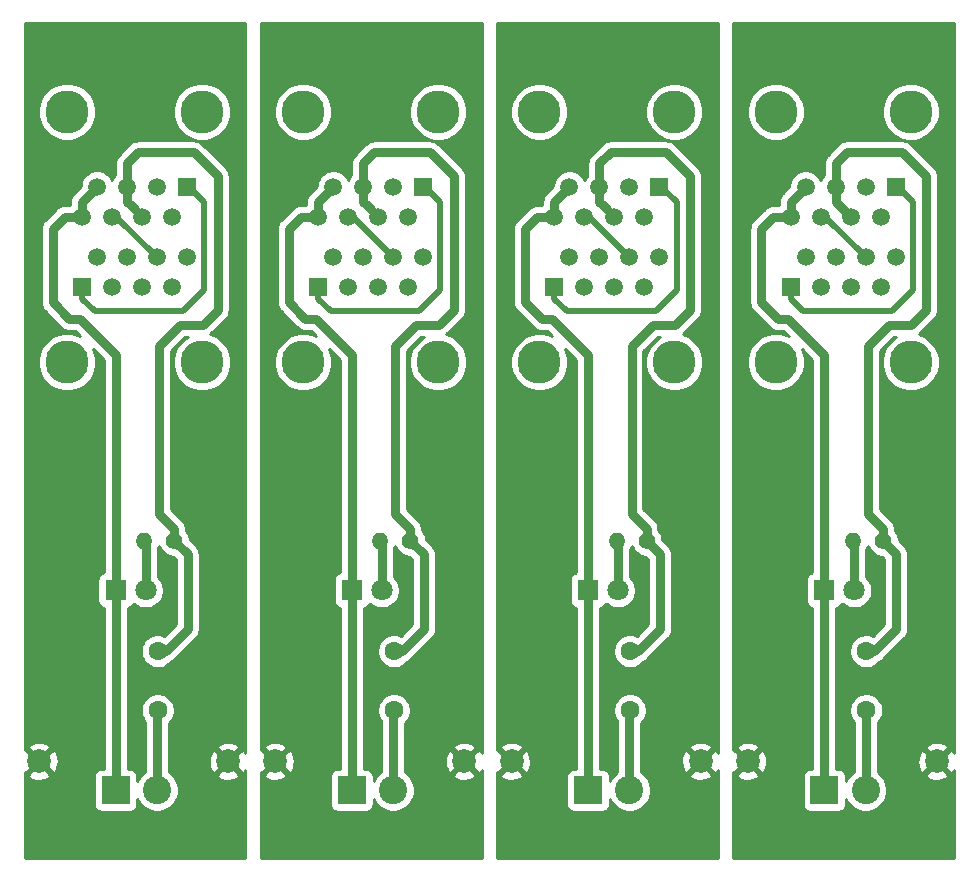
<source format=gbr>
G04 #@! TF.GenerationSoftware,KiCad,Pcbnew,5.1.5+dfsg1-2build2*
G04 #@! TF.CreationDate,2021-07-28T21:38:28-05:00*
G04 #@! TF.ProjectId,,58585858-5858-4585-9858-585858585858,rev?*
G04 #@! TF.SameCoordinates,Original*
G04 #@! TF.FileFunction,Copper,L1,Top*
G04 #@! TF.FilePolarity,Positive*
%FSLAX46Y46*%
G04 Gerber Fmt 4.6, Leading zero omitted, Abs format (unit mm)*
G04 Created by KiCad (PCBNEW 5.1.5+dfsg1-2build2) date 2021-07-28 21:38:28*
%MOMM*%
%LPD*%
G04 APERTURE LIST*
%ADD10R,1.800000X1.800000*%
%ADD11C,1.800000*%
%ADD12R,2.400000X2.400000*%
%ADD13C,2.400000*%
%ADD14C,1.500000*%
%ADD15R,1.500000X1.500000*%
%ADD16C,3.650000*%
%ADD17C,1.998980*%
%ADD18C,1.600000*%
%ADD19C,1.400000*%
%ADD20O,1.400000X1.400000*%
%ADD21C,0.500000*%
%ADD22C,0.250000*%
%ADD23C,0.750000*%
%ADD24C,0.254000*%
G04 APERTURE END LIST*
D10*
X146233000Y-88138000D03*
D11*
X148773000Y-88138000D03*
D10*
X126233000Y-88138000D03*
D11*
X128773000Y-88138000D03*
D10*
X106233000Y-88138000D03*
D11*
X108773000Y-88138000D03*
D12*
X146233000Y-105061000D03*
D13*
X149733000Y-105061000D03*
D12*
X126233000Y-105061000D03*
D13*
X129733000Y-105061000D03*
D12*
X106233000Y-105061000D03*
D13*
X109733000Y-105061000D03*
D14*
X143385000Y-56499000D03*
X144655000Y-53959000D03*
X145925000Y-56499000D03*
X147195000Y-53959000D03*
X148465000Y-56499000D03*
X149735000Y-53959000D03*
X151005000Y-56499000D03*
D15*
X152275000Y-53959000D03*
D16*
X153545000Y-47609000D03*
X142115000Y-47609000D03*
D14*
X123385000Y-56499000D03*
X124655000Y-53959000D03*
X125925000Y-56499000D03*
X127195000Y-53959000D03*
X128465000Y-56499000D03*
X129735000Y-53959000D03*
X131005000Y-56499000D03*
D15*
X132275000Y-53959000D03*
D16*
X133545000Y-47609000D03*
X122115000Y-47609000D03*
D14*
X103385000Y-56499000D03*
X104655000Y-53959000D03*
X105925000Y-56499000D03*
X107195000Y-53959000D03*
X108465000Y-56499000D03*
X109735000Y-53959000D03*
X111005000Y-56499000D03*
D15*
X112275000Y-53959000D03*
D16*
X113545000Y-47609000D03*
X102115000Y-47609000D03*
D17*
X155758000Y-102616000D03*
X135758000Y-102616000D03*
X115758000Y-102616000D03*
X139756000Y-102616000D03*
X119756000Y-102616000D03*
X99756000Y-102616000D03*
D14*
X152275000Y-59928000D03*
X151005000Y-62468000D03*
X149735000Y-59928000D03*
X148465000Y-62468000D03*
X147195000Y-59928000D03*
X145925000Y-62468000D03*
X144655000Y-59928000D03*
D15*
X143385000Y-62468000D03*
D16*
X142115000Y-68818000D03*
X153545000Y-68818000D03*
D14*
X132275000Y-59928000D03*
X131005000Y-62468000D03*
X129735000Y-59928000D03*
X128465000Y-62468000D03*
X127195000Y-59928000D03*
X125925000Y-62468000D03*
X124655000Y-59928000D03*
D15*
X123385000Y-62468000D03*
D16*
X122115000Y-68818000D03*
X133545000Y-68818000D03*
D14*
X112275000Y-59928000D03*
X111005000Y-62468000D03*
X109735000Y-59928000D03*
X108465000Y-62468000D03*
X107195000Y-59928000D03*
X105925000Y-62468000D03*
X104655000Y-59928000D03*
D15*
X103385000Y-62468000D03*
D16*
X102115000Y-68818000D03*
X113545000Y-68818000D03*
D18*
X149789000Y-98298000D03*
X149789000Y-93298000D03*
X129789000Y-98298000D03*
X129789000Y-93298000D03*
X109789000Y-98298000D03*
X109789000Y-93298000D03*
D19*
X151186000Y-83947000D03*
D20*
X148646000Y-83947000D03*
D19*
X131186000Y-83947000D03*
D20*
X128646000Y-83947000D03*
D19*
X111186000Y-83947000D03*
D20*
X108646000Y-83947000D03*
D17*
X95758000Y-102616000D03*
X79756000Y-102616000D03*
D16*
X93545000Y-68818000D03*
X82115000Y-68818000D03*
D15*
X83385000Y-62468000D03*
D14*
X84655000Y-59928000D03*
X85925000Y-62468000D03*
X87195000Y-59928000D03*
X88465000Y-62468000D03*
X89735000Y-59928000D03*
X91005000Y-62468000D03*
X92275000Y-59928000D03*
D18*
X89789000Y-93298000D03*
X89789000Y-98298000D03*
D20*
X88646000Y-83947000D03*
D19*
X91186000Y-83947000D03*
D11*
X88773000Y-88138000D03*
D10*
X86233000Y-88138000D03*
D13*
X89733000Y-105061000D03*
D12*
X86233000Y-105061000D03*
D16*
X82115000Y-47609000D03*
X93545000Y-47609000D03*
D15*
X92275000Y-53959000D03*
D14*
X91005000Y-56499000D03*
X89735000Y-53959000D03*
X88465000Y-56499000D03*
X87195000Y-53959000D03*
X85925000Y-56499000D03*
X84655000Y-53959000D03*
X83385000Y-56499000D03*
D21*
X92440000Y-53959000D02*
X92275000Y-53959000D01*
X93726000Y-55245000D02*
X92440000Y-53959000D01*
X93726000Y-62738000D02*
X93726000Y-55245000D01*
X91948000Y-64516000D02*
X93726000Y-62738000D01*
X84455000Y-64516000D02*
X91948000Y-64516000D01*
X83385000Y-63446000D02*
X84455000Y-64516000D01*
X83385000Y-62468000D02*
X83385000Y-63446000D01*
X103385000Y-62468000D02*
X103385000Y-63446000D01*
X123385000Y-62468000D02*
X123385000Y-63446000D01*
X143385000Y-62468000D02*
X143385000Y-63446000D01*
X111948000Y-64516000D02*
X113726000Y-62738000D01*
X131948000Y-64516000D02*
X133726000Y-62738000D01*
X151948000Y-64516000D02*
X153726000Y-62738000D01*
X103385000Y-63446000D02*
X104455000Y-64516000D01*
X123385000Y-63446000D02*
X124455000Y-64516000D01*
X143385000Y-63446000D02*
X144455000Y-64516000D01*
X104455000Y-64516000D02*
X111948000Y-64516000D01*
X124455000Y-64516000D02*
X131948000Y-64516000D01*
X144455000Y-64516000D02*
X151948000Y-64516000D01*
X113726000Y-62738000D02*
X113726000Y-55245000D01*
X133726000Y-62738000D02*
X133726000Y-55245000D01*
X153726000Y-62738000D02*
X153726000Y-55245000D01*
X112440000Y-53959000D02*
X112275000Y-53959000D01*
X132440000Y-53959000D02*
X132275000Y-53959000D01*
X152440000Y-53959000D02*
X152275000Y-53959000D01*
X113726000Y-55245000D02*
X112440000Y-53959000D01*
X133726000Y-55245000D02*
X132440000Y-53959000D01*
X153726000Y-55245000D02*
X152440000Y-53959000D01*
D22*
X86306000Y-56499000D02*
X85925000Y-56499000D01*
D21*
X89735000Y-59928000D02*
X86306000Y-56499000D01*
D22*
X106306000Y-56499000D02*
X105925000Y-56499000D01*
X126306000Y-56499000D02*
X125925000Y-56499000D01*
X146306000Y-56499000D02*
X145925000Y-56499000D01*
D21*
X109735000Y-59928000D02*
X106306000Y-56499000D01*
X129735000Y-59928000D02*
X126306000Y-56499000D01*
X149735000Y-59928000D02*
X146306000Y-56499000D01*
D23*
X88773000Y-84074000D02*
X88646000Y-83947000D01*
X88773000Y-88138000D02*
X88773000Y-84074000D01*
X108773000Y-88138000D02*
X108773000Y-84074000D01*
X128773000Y-88138000D02*
X128773000Y-84074000D01*
X148773000Y-88138000D02*
X148773000Y-84074000D01*
X108773000Y-84074000D02*
X108646000Y-83947000D01*
X128773000Y-84074000D02*
X128646000Y-83947000D01*
X148773000Y-84074000D02*
X148646000Y-83947000D01*
X83385000Y-55229000D02*
X84655000Y-53959000D01*
X83385000Y-56499000D02*
X83385000Y-55229000D01*
X82296000Y-65151000D02*
X83185000Y-65151000D01*
X86233000Y-68199000D02*
X86233000Y-88138000D01*
X83185000Y-65151000D02*
X86233000Y-68199000D01*
X80899000Y-57531000D02*
X80899000Y-63754000D01*
X80899000Y-63754000D02*
X82296000Y-65151000D01*
X81931000Y-56499000D02*
X80899000Y-57531000D01*
X83385000Y-56499000D02*
X81931000Y-56499000D01*
X86233000Y-103111000D02*
X86233000Y-88138000D01*
X86233000Y-105061000D02*
X86233000Y-103111000D01*
X106233000Y-68199000D02*
X106233000Y-88138000D01*
X126233000Y-68199000D02*
X126233000Y-88138000D01*
X146233000Y-68199000D02*
X146233000Y-88138000D01*
X103185000Y-65151000D02*
X106233000Y-68199000D01*
X123185000Y-65151000D02*
X126233000Y-68199000D01*
X143185000Y-65151000D02*
X146233000Y-68199000D01*
X101931000Y-56499000D02*
X100899000Y-57531000D01*
X121931000Y-56499000D02*
X120899000Y-57531000D01*
X141931000Y-56499000D02*
X140899000Y-57531000D01*
X106233000Y-103111000D02*
X106233000Y-88138000D01*
X126233000Y-103111000D02*
X126233000Y-88138000D01*
X146233000Y-103111000D02*
X146233000Y-88138000D01*
X100899000Y-63754000D02*
X102296000Y-65151000D01*
X120899000Y-63754000D02*
X122296000Y-65151000D01*
X140899000Y-63754000D02*
X142296000Y-65151000D01*
X103385000Y-56499000D02*
X101931000Y-56499000D01*
X123385000Y-56499000D02*
X121931000Y-56499000D01*
X143385000Y-56499000D02*
X141931000Y-56499000D01*
X106233000Y-105061000D02*
X106233000Y-103111000D01*
X126233000Y-105061000D02*
X126233000Y-103111000D01*
X146233000Y-105061000D02*
X146233000Y-103111000D01*
X103385000Y-55229000D02*
X104655000Y-53959000D01*
X123385000Y-55229000D02*
X124655000Y-53959000D01*
X143385000Y-55229000D02*
X144655000Y-53959000D01*
X102296000Y-65151000D02*
X103185000Y-65151000D01*
X122296000Y-65151000D02*
X123185000Y-65151000D01*
X142296000Y-65151000D02*
X143185000Y-65151000D01*
X100899000Y-57531000D02*
X100899000Y-63754000D01*
X120899000Y-57531000D02*
X120899000Y-63754000D01*
X140899000Y-57531000D02*
X140899000Y-63754000D01*
X103385000Y-56499000D02*
X103385000Y-55229000D01*
X123385000Y-56499000D02*
X123385000Y-55229000D01*
X143385000Y-56499000D02*
X143385000Y-55229000D01*
X87195000Y-51997000D02*
X87195000Y-53959000D01*
X94869000Y-64389000D02*
X94869000Y-53086000D01*
X92837000Y-51054000D02*
X88138000Y-51054000D01*
X91694000Y-65659000D02*
X93599000Y-65659000D01*
X89916000Y-67437000D02*
X91694000Y-65659000D01*
X88138000Y-51054000D02*
X87195000Y-51997000D01*
X94869000Y-53086000D02*
X92837000Y-51054000D01*
X93599000Y-65659000D02*
X94869000Y-64389000D01*
X87503000Y-55537000D02*
X88465000Y-56499000D01*
X87195000Y-55229000D02*
X87503000Y-55537000D01*
X87195000Y-53959000D02*
X87195000Y-55229000D01*
X90471000Y-93298000D02*
X89789000Y-93298000D01*
X92329000Y-91440000D02*
X90471000Y-93298000D01*
X92329000Y-85090000D02*
X92329000Y-91440000D01*
X91186000Y-83947000D02*
X92329000Y-85090000D01*
X89916000Y-81687051D02*
X89916000Y-67437000D01*
X91186000Y-82957051D02*
X89916000Y-81687051D01*
X91186000Y-83947000D02*
X91186000Y-82957051D01*
X111186000Y-83947000D02*
X111186000Y-82957051D01*
X131186000Y-83947000D02*
X131186000Y-82957051D01*
X151186000Y-83947000D02*
X151186000Y-82957051D01*
X111186000Y-83947000D02*
X112329000Y-85090000D01*
X131186000Y-83947000D02*
X132329000Y-85090000D01*
X151186000Y-83947000D02*
X152329000Y-85090000D01*
X107195000Y-51997000D02*
X107195000Y-53959000D01*
X127195000Y-51997000D02*
X127195000Y-53959000D01*
X147195000Y-51997000D02*
X147195000Y-53959000D01*
X109916000Y-67437000D02*
X111694000Y-65659000D01*
X129916000Y-67437000D02*
X131694000Y-65659000D01*
X149916000Y-67437000D02*
X151694000Y-65659000D01*
X114869000Y-64389000D02*
X114869000Y-53086000D01*
X134869000Y-64389000D02*
X134869000Y-53086000D01*
X154869000Y-64389000D02*
X154869000Y-53086000D01*
X111186000Y-82957051D02*
X109916000Y-81687051D01*
X131186000Y-82957051D02*
X129916000Y-81687051D01*
X151186000Y-82957051D02*
X149916000Y-81687051D01*
X114869000Y-53086000D02*
X112837000Y-51054000D01*
X134869000Y-53086000D02*
X132837000Y-51054000D01*
X154869000Y-53086000D02*
X152837000Y-51054000D01*
X112329000Y-85090000D02*
X112329000Y-91440000D01*
X132329000Y-85090000D02*
X132329000Y-91440000D01*
X152329000Y-85090000D02*
X152329000Y-91440000D01*
X113599000Y-65659000D02*
X114869000Y-64389000D01*
X133599000Y-65659000D02*
X134869000Y-64389000D01*
X153599000Y-65659000D02*
X154869000Y-64389000D01*
X107195000Y-55229000D02*
X107503000Y-55537000D01*
X127195000Y-55229000D02*
X127503000Y-55537000D01*
X147195000Y-55229000D02*
X147503000Y-55537000D01*
X109916000Y-81687051D02*
X109916000Y-67437000D01*
X129916000Y-81687051D02*
X129916000Y-67437000D01*
X149916000Y-81687051D02*
X149916000Y-67437000D01*
X107195000Y-53959000D02*
X107195000Y-55229000D01*
X127195000Y-53959000D02*
X127195000Y-55229000D01*
X147195000Y-53959000D02*
X147195000Y-55229000D01*
X112837000Y-51054000D02*
X108138000Y-51054000D01*
X132837000Y-51054000D02*
X128138000Y-51054000D01*
X152837000Y-51054000D02*
X148138000Y-51054000D01*
X111694000Y-65659000D02*
X113599000Y-65659000D01*
X131694000Y-65659000D02*
X133599000Y-65659000D01*
X151694000Y-65659000D02*
X153599000Y-65659000D01*
X108138000Y-51054000D02*
X107195000Y-51997000D01*
X128138000Y-51054000D02*
X127195000Y-51997000D01*
X148138000Y-51054000D02*
X147195000Y-51997000D01*
X110471000Y-93298000D02*
X109789000Y-93298000D01*
X130471000Y-93298000D02*
X129789000Y-93298000D01*
X150471000Y-93298000D02*
X149789000Y-93298000D01*
X112329000Y-91440000D02*
X110471000Y-93298000D01*
X132329000Y-91440000D02*
X130471000Y-93298000D01*
X152329000Y-91440000D02*
X150471000Y-93298000D01*
X107503000Y-55537000D02*
X108465000Y-56499000D01*
X127503000Y-55537000D02*
X128465000Y-56499000D01*
X147503000Y-55537000D02*
X148465000Y-56499000D01*
D21*
X89733000Y-98354000D02*
X89789000Y-98298000D01*
D23*
X89733000Y-105061000D02*
X89733000Y-98354000D01*
D21*
X109733000Y-98354000D02*
X109789000Y-98298000D01*
X129733000Y-98354000D02*
X129789000Y-98298000D01*
X149733000Y-98354000D02*
X149789000Y-98298000D01*
D23*
X109733000Y-105061000D02*
X109733000Y-98354000D01*
X129733000Y-105061000D02*
X129733000Y-98354000D01*
X149733000Y-105061000D02*
X149733000Y-98354000D01*
D24*
G36*
X97225001Y-101882732D02*
G01*
X97157399Y-101756258D01*
X96893050Y-101660555D01*
X95937605Y-102616000D01*
X96893050Y-103571445D01*
X97157399Y-103475742D01*
X97225001Y-103336770D01*
X97225001Y-110761000D01*
X78545000Y-110761000D01*
X78545000Y-103751050D01*
X78800555Y-103751050D01*
X78896258Y-104015399D01*
X79185787Y-104156238D01*
X79497229Y-104237885D01*
X79818615Y-104257205D01*
X80137595Y-104213454D01*
X80441911Y-104108314D01*
X80615742Y-104015399D01*
X80711445Y-103751050D01*
X79756000Y-102795605D01*
X78800555Y-103751050D01*
X78545000Y-103751050D01*
X78545000Y-103543949D01*
X78620950Y-103571445D01*
X79576395Y-102616000D01*
X79935605Y-102616000D01*
X80891050Y-103571445D01*
X81155399Y-103475742D01*
X81296238Y-103186213D01*
X81377885Y-102874771D01*
X81397205Y-102553385D01*
X81353454Y-102234405D01*
X81248314Y-101930089D01*
X81155399Y-101756258D01*
X80891050Y-101660555D01*
X79935605Y-102616000D01*
X79576395Y-102616000D01*
X78620950Y-101660555D01*
X78545000Y-101688051D01*
X78545000Y-101480950D01*
X78800555Y-101480950D01*
X79756000Y-102436395D01*
X80711445Y-101480950D01*
X80615742Y-101216601D01*
X80326213Y-101075762D01*
X80014771Y-100994115D01*
X79693385Y-100974795D01*
X79374405Y-101018546D01*
X79070089Y-101123686D01*
X78896258Y-101216601D01*
X78800555Y-101480950D01*
X78545000Y-101480950D01*
X78545000Y-68575711D01*
X79655000Y-68575711D01*
X79655000Y-69060289D01*
X79749536Y-69535556D01*
X79934976Y-69983247D01*
X80204193Y-70386159D01*
X80546841Y-70728807D01*
X80949753Y-70998024D01*
X81397444Y-71183464D01*
X81872711Y-71278000D01*
X82357289Y-71278000D01*
X82832556Y-71183464D01*
X83280247Y-70998024D01*
X83683159Y-70728807D01*
X84025807Y-70386159D01*
X84295024Y-69983247D01*
X84480464Y-69535556D01*
X84575000Y-69060289D01*
X84575000Y-68575711D01*
X84480464Y-68100444D01*
X84320923Y-67715279D01*
X85223000Y-68617356D01*
X85223001Y-86610762D01*
X85208518Y-86612188D01*
X85088820Y-86648498D01*
X84978506Y-86707463D01*
X84881815Y-86786815D01*
X84802463Y-86883506D01*
X84743498Y-86993820D01*
X84707188Y-87113518D01*
X84694928Y-87238000D01*
X84694928Y-89038000D01*
X84707188Y-89162482D01*
X84743498Y-89282180D01*
X84802463Y-89392494D01*
X84881815Y-89489185D01*
X84978506Y-89568537D01*
X85088820Y-89627502D01*
X85208518Y-89663812D01*
X85223001Y-89665238D01*
X85223000Y-103160607D01*
X85223001Y-103160617D01*
X85223001Y-103222928D01*
X85033000Y-103222928D01*
X84908518Y-103235188D01*
X84788820Y-103271498D01*
X84678506Y-103330463D01*
X84581815Y-103409815D01*
X84502463Y-103506506D01*
X84443498Y-103616820D01*
X84407188Y-103736518D01*
X84394928Y-103861000D01*
X84394928Y-106261000D01*
X84407188Y-106385482D01*
X84443498Y-106505180D01*
X84502463Y-106615494D01*
X84581815Y-106712185D01*
X84678506Y-106791537D01*
X84788820Y-106850502D01*
X84908518Y-106886812D01*
X85033000Y-106899072D01*
X87433000Y-106899072D01*
X87557482Y-106886812D01*
X87677180Y-106850502D01*
X87787494Y-106791537D01*
X87884185Y-106712185D01*
X87963537Y-106615494D01*
X88022502Y-106505180D01*
X88058812Y-106385482D01*
X88071072Y-106261000D01*
X88071072Y-105843838D01*
X88106844Y-105930199D01*
X88307662Y-106230744D01*
X88563256Y-106486338D01*
X88863801Y-106687156D01*
X89197750Y-106825482D01*
X89552268Y-106896000D01*
X89913732Y-106896000D01*
X90268250Y-106825482D01*
X90602199Y-106687156D01*
X90902744Y-106486338D01*
X91158338Y-106230744D01*
X91359156Y-105930199D01*
X91497482Y-105596250D01*
X91568000Y-105241732D01*
X91568000Y-104880268D01*
X91497482Y-104525750D01*
X91359156Y-104191801D01*
X91158338Y-103891256D01*
X91018132Y-103751050D01*
X94802555Y-103751050D01*
X94898258Y-104015399D01*
X95187787Y-104156238D01*
X95499229Y-104237885D01*
X95820615Y-104257205D01*
X96139595Y-104213454D01*
X96443911Y-104108314D01*
X96617742Y-104015399D01*
X96713445Y-103751050D01*
X95758000Y-102795605D01*
X94802555Y-103751050D01*
X91018132Y-103751050D01*
X90902744Y-103635662D01*
X90743000Y-103528924D01*
X90743000Y-102678615D01*
X94116795Y-102678615D01*
X94160546Y-102997595D01*
X94265686Y-103301911D01*
X94358601Y-103475742D01*
X94622950Y-103571445D01*
X95578395Y-102616000D01*
X94622950Y-101660555D01*
X94358601Y-101756258D01*
X94217762Y-102045787D01*
X94136115Y-102357229D01*
X94116795Y-102678615D01*
X90743000Y-102678615D01*
X90743000Y-101480950D01*
X94802555Y-101480950D01*
X95758000Y-102436395D01*
X96713445Y-101480950D01*
X96617742Y-101216601D01*
X96328213Y-101075762D01*
X96016771Y-100994115D01*
X95695385Y-100974795D01*
X95376405Y-101018546D01*
X95072089Y-101123686D01*
X94898258Y-101216601D01*
X94802555Y-101480950D01*
X90743000Y-101480950D01*
X90743000Y-99373396D01*
X90903637Y-99212759D01*
X91060680Y-98977727D01*
X91168853Y-98716574D01*
X91224000Y-98439335D01*
X91224000Y-98156665D01*
X91168853Y-97879426D01*
X91060680Y-97618273D01*
X90903637Y-97383241D01*
X90703759Y-97183363D01*
X90468727Y-97026320D01*
X90207574Y-96918147D01*
X89930335Y-96863000D01*
X89647665Y-96863000D01*
X89370426Y-96918147D01*
X89109273Y-97026320D01*
X88874241Y-97183363D01*
X88674363Y-97383241D01*
X88517320Y-97618273D01*
X88409147Y-97879426D01*
X88354000Y-98156665D01*
X88354000Y-98439335D01*
X88409147Y-98716574D01*
X88517320Y-98977727D01*
X88674363Y-99212759D01*
X88723001Y-99261397D01*
X88723000Y-103528924D01*
X88563256Y-103635662D01*
X88307662Y-103891256D01*
X88106844Y-104191801D01*
X88071072Y-104278162D01*
X88071072Y-103861000D01*
X88058812Y-103736518D01*
X88022502Y-103616820D01*
X87963537Y-103506506D01*
X87884185Y-103409815D01*
X87787494Y-103330463D01*
X87677180Y-103271498D01*
X87557482Y-103235188D01*
X87433000Y-103222928D01*
X87243000Y-103222928D01*
X87243000Y-89665238D01*
X87257482Y-89663812D01*
X87377180Y-89627502D01*
X87487494Y-89568537D01*
X87584185Y-89489185D01*
X87663537Y-89392494D01*
X87722502Y-89282180D01*
X87728056Y-89263873D01*
X87794495Y-89330312D01*
X88045905Y-89498299D01*
X88325257Y-89614011D01*
X88621816Y-89673000D01*
X88924184Y-89673000D01*
X89220743Y-89614011D01*
X89500095Y-89498299D01*
X89751505Y-89330312D01*
X89965312Y-89116505D01*
X90133299Y-88865095D01*
X90249011Y-88585743D01*
X90308000Y-88289184D01*
X90308000Y-87986816D01*
X90249011Y-87690257D01*
X90133299Y-87410905D01*
X89965312Y-87159495D01*
X89783000Y-86977183D01*
X89783000Y-84648295D01*
X89829061Y-84579359D01*
X89916000Y-84369470D01*
X90002939Y-84579359D01*
X90149038Y-84798013D01*
X90334987Y-84983962D01*
X90553641Y-85130061D01*
X90796595Y-85230696D01*
X91054514Y-85282000D01*
X91092645Y-85282000D01*
X91319000Y-85508355D01*
X91319001Y-91021643D01*
X90359548Y-91981097D01*
X90207574Y-91918147D01*
X89930335Y-91863000D01*
X89647665Y-91863000D01*
X89370426Y-91918147D01*
X89109273Y-92026320D01*
X88874241Y-92183363D01*
X88674363Y-92383241D01*
X88517320Y-92618273D01*
X88409147Y-92879426D01*
X88354000Y-93156665D01*
X88354000Y-93439335D01*
X88409147Y-93716574D01*
X88517320Y-93977727D01*
X88674363Y-94212759D01*
X88874241Y-94412637D01*
X89109273Y-94569680D01*
X89370426Y-94677853D01*
X89647665Y-94733000D01*
X89930335Y-94733000D01*
X90207574Y-94677853D01*
X90468727Y-94569680D01*
X90703759Y-94412637D01*
X90903637Y-94212759D01*
X90904451Y-94211541D01*
X91034840Y-94141847D01*
X91188633Y-94015633D01*
X91220261Y-93977094D01*
X93008100Y-92189256D01*
X93046633Y-92157633D01*
X93172847Y-92003840D01*
X93266632Y-91828380D01*
X93324385Y-91637994D01*
X93339000Y-91489608D01*
X93343886Y-91440000D01*
X93339000Y-91390392D01*
X93339000Y-85139604D01*
X93343886Y-85089999D01*
X93333442Y-84983962D01*
X93324385Y-84892006D01*
X93266632Y-84701620D01*
X93172847Y-84526160D01*
X93046633Y-84372367D01*
X93008094Y-84340739D01*
X92521000Y-83853645D01*
X92521000Y-83815514D01*
X92469696Y-83557595D01*
X92369061Y-83314641D01*
X92222962Y-83095987D01*
X92196000Y-83069025D01*
X92196000Y-83006655D01*
X92200886Y-82957050D01*
X92196000Y-82907443D01*
X92181385Y-82759057D01*
X92123632Y-82568671D01*
X92029847Y-82393211D01*
X91903633Y-82239418D01*
X91865094Y-82207790D01*
X90926000Y-81268696D01*
X90926000Y-67855355D01*
X92112356Y-66669000D01*
X92333322Y-66669000D01*
X91976841Y-66907193D01*
X91634193Y-67249841D01*
X91364976Y-67652753D01*
X91179536Y-68100444D01*
X91085000Y-68575711D01*
X91085000Y-69060289D01*
X91179536Y-69535556D01*
X91364976Y-69983247D01*
X91634193Y-70386159D01*
X91976841Y-70728807D01*
X92379753Y-70998024D01*
X92827444Y-71183464D01*
X93302711Y-71278000D01*
X93787289Y-71278000D01*
X94262556Y-71183464D01*
X94710247Y-70998024D01*
X95113159Y-70728807D01*
X95455807Y-70386159D01*
X95725024Y-69983247D01*
X95910464Y-69535556D01*
X96005000Y-69060289D01*
X96005000Y-68575711D01*
X95910464Y-68100444D01*
X95725024Y-67652753D01*
X95455807Y-67249841D01*
X95113159Y-66907193D01*
X94710247Y-66637976D01*
X94262556Y-66452536D01*
X94231638Y-66446386D01*
X94316633Y-66376633D01*
X94348261Y-66338094D01*
X95548094Y-65138261D01*
X95586633Y-65106633D01*
X95712847Y-64952840D01*
X95806632Y-64777380D01*
X95864385Y-64586994D01*
X95879000Y-64438608D01*
X95879000Y-64438606D01*
X95883886Y-64389001D01*
X95879000Y-64339396D01*
X95879000Y-53135608D01*
X95883886Y-53086000D01*
X95864385Y-52888005D01*
X95806632Y-52697620D01*
X95738914Y-52570928D01*
X95712847Y-52522160D01*
X95586633Y-52368367D01*
X95548100Y-52336744D01*
X93586261Y-50374906D01*
X93554633Y-50336367D01*
X93400840Y-50210153D01*
X93225380Y-50116368D01*
X93034994Y-50058615D01*
X92886608Y-50044000D01*
X92837000Y-50039114D01*
X92787392Y-50044000D01*
X88187604Y-50044000D01*
X88137999Y-50039114D01*
X88088394Y-50044000D01*
X88088392Y-50044000D01*
X87940006Y-50058615D01*
X87749620Y-50116368D01*
X87574160Y-50210153D01*
X87420367Y-50336367D01*
X87388739Y-50374906D01*
X86515906Y-51247739D01*
X86477367Y-51279367D01*
X86351153Y-51433160D01*
X86257369Y-51608620D01*
X86257368Y-51608621D01*
X86199615Y-51799006D01*
X86180114Y-51997000D01*
X86185000Y-52046608D01*
X86185001Y-53010314D01*
X86119201Y-53076114D01*
X85967629Y-53302957D01*
X85925000Y-53405873D01*
X85882371Y-53302957D01*
X85730799Y-53076114D01*
X85537886Y-52883201D01*
X85311043Y-52731629D01*
X85058989Y-52627225D01*
X84791411Y-52574000D01*
X84518589Y-52574000D01*
X84251011Y-52627225D01*
X83998957Y-52731629D01*
X83772114Y-52883201D01*
X83579201Y-53076114D01*
X83427629Y-53302957D01*
X83323225Y-53555011D01*
X83270000Y-53822589D01*
X83270000Y-53915645D01*
X82705901Y-54479744D01*
X82667368Y-54511367D01*
X82635745Y-54549900D01*
X82635744Y-54549901D01*
X82541154Y-54665160D01*
X82447368Y-54840621D01*
X82389615Y-55031006D01*
X82370114Y-55229000D01*
X82375001Y-55278617D01*
X82375001Y-55489000D01*
X81980604Y-55489000D01*
X81930999Y-55484114D01*
X81881394Y-55489000D01*
X81881392Y-55489000D01*
X81733006Y-55503615D01*
X81542620Y-55561368D01*
X81367160Y-55655153D01*
X81213367Y-55781367D01*
X81181739Y-55819906D01*
X80219906Y-56781739D01*
X80181367Y-56813367D01*
X80055153Y-56967160D01*
X80004011Y-57062841D01*
X79961368Y-57142621D01*
X79903615Y-57333006D01*
X79884114Y-57531000D01*
X79889000Y-57580608D01*
X79889001Y-63704382D01*
X79884114Y-63754000D01*
X79903615Y-63951994D01*
X79961368Y-64142379D01*
X80028294Y-64267589D01*
X80055154Y-64317840D01*
X80181368Y-64471633D01*
X80219901Y-64503256D01*
X81546739Y-65830094D01*
X81578367Y-65868633D01*
X81732160Y-65994847D01*
X81907620Y-66088632D01*
X82098006Y-66146385D01*
X82246392Y-66161000D01*
X82246394Y-66161000D01*
X82295999Y-66165886D01*
X82345604Y-66161000D01*
X82766645Y-66161000D01*
X83217722Y-66612077D01*
X82832556Y-66452536D01*
X82357289Y-66358000D01*
X81872711Y-66358000D01*
X81397444Y-66452536D01*
X80949753Y-66637976D01*
X80546841Y-66907193D01*
X80204193Y-67249841D01*
X79934976Y-67652753D01*
X79749536Y-68100444D01*
X79655000Y-68575711D01*
X78545000Y-68575711D01*
X78545000Y-47366711D01*
X79655000Y-47366711D01*
X79655000Y-47851289D01*
X79749536Y-48326556D01*
X79934976Y-48774247D01*
X80204193Y-49177159D01*
X80546841Y-49519807D01*
X80949753Y-49789024D01*
X81397444Y-49974464D01*
X81872711Y-50069000D01*
X82357289Y-50069000D01*
X82832556Y-49974464D01*
X83280247Y-49789024D01*
X83683159Y-49519807D01*
X84025807Y-49177159D01*
X84295024Y-48774247D01*
X84480464Y-48326556D01*
X84575000Y-47851289D01*
X84575000Y-47366711D01*
X91085000Y-47366711D01*
X91085000Y-47851289D01*
X91179536Y-48326556D01*
X91364976Y-48774247D01*
X91634193Y-49177159D01*
X91976841Y-49519807D01*
X92379753Y-49789024D01*
X92827444Y-49974464D01*
X93302711Y-50069000D01*
X93787289Y-50069000D01*
X94262556Y-49974464D01*
X94710247Y-49789024D01*
X95113159Y-49519807D01*
X95455807Y-49177159D01*
X95725024Y-48774247D01*
X95910464Y-48326556D01*
X96005000Y-47851289D01*
X96005000Y-47366711D01*
X95910464Y-46891444D01*
X95725024Y-46443753D01*
X95455807Y-46040841D01*
X95113159Y-45698193D01*
X94710247Y-45428976D01*
X94262556Y-45243536D01*
X93787289Y-45149000D01*
X93302711Y-45149000D01*
X92827444Y-45243536D01*
X92379753Y-45428976D01*
X91976841Y-45698193D01*
X91634193Y-46040841D01*
X91364976Y-46443753D01*
X91179536Y-46891444D01*
X91085000Y-47366711D01*
X84575000Y-47366711D01*
X84480464Y-46891444D01*
X84295024Y-46443753D01*
X84025807Y-46040841D01*
X83683159Y-45698193D01*
X83280247Y-45428976D01*
X82832556Y-45243536D01*
X82357289Y-45149000D01*
X81872711Y-45149000D01*
X81397444Y-45243536D01*
X80949753Y-45428976D01*
X80546841Y-45698193D01*
X80204193Y-46040841D01*
X79934976Y-46443753D01*
X79749536Y-46891444D01*
X79655000Y-47366711D01*
X78545000Y-47366711D01*
X78545000Y-40081000D01*
X97225000Y-40081000D01*
X97225001Y-101882732D01*
G37*
X97225001Y-101882732D02*
X97157399Y-101756258D01*
X96893050Y-101660555D01*
X95937605Y-102616000D01*
X96893050Y-103571445D01*
X97157399Y-103475742D01*
X97225001Y-103336770D01*
X97225001Y-110761000D01*
X78545000Y-110761000D01*
X78545000Y-103751050D01*
X78800555Y-103751050D01*
X78896258Y-104015399D01*
X79185787Y-104156238D01*
X79497229Y-104237885D01*
X79818615Y-104257205D01*
X80137595Y-104213454D01*
X80441911Y-104108314D01*
X80615742Y-104015399D01*
X80711445Y-103751050D01*
X79756000Y-102795605D01*
X78800555Y-103751050D01*
X78545000Y-103751050D01*
X78545000Y-103543949D01*
X78620950Y-103571445D01*
X79576395Y-102616000D01*
X79935605Y-102616000D01*
X80891050Y-103571445D01*
X81155399Y-103475742D01*
X81296238Y-103186213D01*
X81377885Y-102874771D01*
X81397205Y-102553385D01*
X81353454Y-102234405D01*
X81248314Y-101930089D01*
X81155399Y-101756258D01*
X80891050Y-101660555D01*
X79935605Y-102616000D01*
X79576395Y-102616000D01*
X78620950Y-101660555D01*
X78545000Y-101688051D01*
X78545000Y-101480950D01*
X78800555Y-101480950D01*
X79756000Y-102436395D01*
X80711445Y-101480950D01*
X80615742Y-101216601D01*
X80326213Y-101075762D01*
X80014771Y-100994115D01*
X79693385Y-100974795D01*
X79374405Y-101018546D01*
X79070089Y-101123686D01*
X78896258Y-101216601D01*
X78800555Y-101480950D01*
X78545000Y-101480950D01*
X78545000Y-68575711D01*
X79655000Y-68575711D01*
X79655000Y-69060289D01*
X79749536Y-69535556D01*
X79934976Y-69983247D01*
X80204193Y-70386159D01*
X80546841Y-70728807D01*
X80949753Y-70998024D01*
X81397444Y-71183464D01*
X81872711Y-71278000D01*
X82357289Y-71278000D01*
X82832556Y-71183464D01*
X83280247Y-70998024D01*
X83683159Y-70728807D01*
X84025807Y-70386159D01*
X84295024Y-69983247D01*
X84480464Y-69535556D01*
X84575000Y-69060289D01*
X84575000Y-68575711D01*
X84480464Y-68100444D01*
X84320923Y-67715279D01*
X85223000Y-68617356D01*
X85223001Y-86610762D01*
X85208518Y-86612188D01*
X85088820Y-86648498D01*
X84978506Y-86707463D01*
X84881815Y-86786815D01*
X84802463Y-86883506D01*
X84743498Y-86993820D01*
X84707188Y-87113518D01*
X84694928Y-87238000D01*
X84694928Y-89038000D01*
X84707188Y-89162482D01*
X84743498Y-89282180D01*
X84802463Y-89392494D01*
X84881815Y-89489185D01*
X84978506Y-89568537D01*
X85088820Y-89627502D01*
X85208518Y-89663812D01*
X85223001Y-89665238D01*
X85223000Y-103160607D01*
X85223001Y-103160617D01*
X85223001Y-103222928D01*
X85033000Y-103222928D01*
X84908518Y-103235188D01*
X84788820Y-103271498D01*
X84678506Y-103330463D01*
X84581815Y-103409815D01*
X84502463Y-103506506D01*
X84443498Y-103616820D01*
X84407188Y-103736518D01*
X84394928Y-103861000D01*
X84394928Y-106261000D01*
X84407188Y-106385482D01*
X84443498Y-106505180D01*
X84502463Y-106615494D01*
X84581815Y-106712185D01*
X84678506Y-106791537D01*
X84788820Y-106850502D01*
X84908518Y-106886812D01*
X85033000Y-106899072D01*
X87433000Y-106899072D01*
X87557482Y-106886812D01*
X87677180Y-106850502D01*
X87787494Y-106791537D01*
X87884185Y-106712185D01*
X87963537Y-106615494D01*
X88022502Y-106505180D01*
X88058812Y-106385482D01*
X88071072Y-106261000D01*
X88071072Y-105843838D01*
X88106844Y-105930199D01*
X88307662Y-106230744D01*
X88563256Y-106486338D01*
X88863801Y-106687156D01*
X89197750Y-106825482D01*
X89552268Y-106896000D01*
X89913732Y-106896000D01*
X90268250Y-106825482D01*
X90602199Y-106687156D01*
X90902744Y-106486338D01*
X91158338Y-106230744D01*
X91359156Y-105930199D01*
X91497482Y-105596250D01*
X91568000Y-105241732D01*
X91568000Y-104880268D01*
X91497482Y-104525750D01*
X91359156Y-104191801D01*
X91158338Y-103891256D01*
X91018132Y-103751050D01*
X94802555Y-103751050D01*
X94898258Y-104015399D01*
X95187787Y-104156238D01*
X95499229Y-104237885D01*
X95820615Y-104257205D01*
X96139595Y-104213454D01*
X96443911Y-104108314D01*
X96617742Y-104015399D01*
X96713445Y-103751050D01*
X95758000Y-102795605D01*
X94802555Y-103751050D01*
X91018132Y-103751050D01*
X90902744Y-103635662D01*
X90743000Y-103528924D01*
X90743000Y-102678615D01*
X94116795Y-102678615D01*
X94160546Y-102997595D01*
X94265686Y-103301911D01*
X94358601Y-103475742D01*
X94622950Y-103571445D01*
X95578395Y-102616000D01*
X94622950Y-101660555D01*
X94358601Y-101756258D01*
X94217762Y-102045787D01*
X94136115Y-102357229D01*
X94116795Y-102678615D01*
X90743000Y-102678615D01*
X90743000Y-101480950D01*
X94802555Y-101480950D01*
X95758000Y-102436395D01*
X96713445Y-101480950D01*
X96617742Y-101216601D01*
X96328213Y-101075762D01*
X96016771Y-100994115D01*
X95695385Y-100974795D01*
X95376405Y-101018546D01*
X95072089Y-101123686D01*
X94898258Y-101216601D01*
X94802555Y-101480950D01*
X90743000Y-101480950D01*
X90743000Y-99373396D01*
X90903637Y-99212759D01*
X91060680Y-98977727D01*
X91168853Y-98716574D01*
X91224000Y-98439335D01*
X91224000Y-98156665D01*
X91168853Y-97879426D01*
X91060680Y-97618273D01*
X90903637Y-97383241D01*
X90703759Y-97183363D01*
X90468727Y-97026320D01*
X90207574Y-96918147D01*
X89930335Y-96863000D01*
X89647665Y-96863000D01*
X89370426Y-96918147D01*
X89109273Y-97026320D01*
X88874241Y-97183363D01*
X88674363Y-97383241D01*
X88517320Y-97618273D01*
X88409147Y-97879426D01*
X88354000Y-98156665D01*
X88354000Y-98439335D01*
X88409147Y-98716574D01*
X88517320Y-98977727D01*
X88674363Y-99212759D01*
X88723001Y-99261397D01*
X88723000Y-103528924D01*
X88563256Y-103635662D01*
X88307662Y-103891256D01*
X88106844Y-104191801D01*
X88071072Y-104278162D01*
X88071072Y-103861000D01*
X88058812Y-103736518D01*
X88022502Y-103616820D01*
X87963537Y-103506506D01*
X87884185Y-103409815D01*
X87787494Y-103330463D01*
X87677180Y-103271498D01*
X87557482Y-103235188D01*
X87433000Y-103222928D01*
X87243000Y-103222928D01*
X87243000Y-89665238D01*
X87257482Y-89663812D01*
X87377180Y-89627502D01*
X87487494Y-89568537D01*
X87584185Y-89489185D01*
X87663537Y-89392494D01*
X87722502Y-89282180D01*
X87728056Y-89263873D01*
X87794495Y-89330312D01*
X88045905Y-89498299D01*
X88325257Y-89614011D01*
X88621816Y-89673000D01*
X88924184Y-89673000D01*
X89220743Y-89614011D01*
X89500095Y-89498299D01*
X89751505Y-89330312D01*
X89965312Y-89116505D01*
X90133299Y-88865095D01*
X90249011Y-88585743D01*
X90308000Y-88289184D01*
X90308000Y-87986816D01*
X90249011Y-87690257D01*
X90133299Y-87410905D01*
X89965312Y-87159495D01*
X89783000Y-86977183D01*
X89783000Y-84648295D01*
X89829061Y-84579359D01*
X89916000Y-84369470D01*
X90002939Y-84579359D01*
X90149038Y-84798013D01*
X90334987Y-84983962D01*
X90553641Y-85130061D01*
X90796595Y-85230696D01*
X91054514Y-85282000D01*
X91092645Y-85282000D01*
X91319000Y-85508355D01*
X91319001Y-91021643D01*
X90359548Y-91981097D01*
X90207574Y-91918147D01*
X89930335Y-91863000D01*
X89647665Y-91863000D01*
X89370426Y-91918147D01*
X89109273Y-92026320D01*
X88874241Y-92183363D01*
X88674363Y-92383241D01*
X88517320Y-92618273D01*
X88409147Y-92879426D01*
X88354000Y-93156665D01*
X88354000Y-93439335D01*
X88409147Y-93716574D01*
X88517320Y-93977727D01*
X88674363Y-94212759D01*
X88874241Y-94412637D01*
X89109273Y-94569680D01*
X89370426Y-94677853D01*
X89647665Y-94733000D01*
X89930335Y-94733000D01*
X90207574Y-94677853D01*
X90468727Y-94569680D01*
X90703759Y-94412637D01*
X90903637Y-94212759D01*
X90904451Y-94211541D01*
X91034840Y-94141847D01*
X91188633Y-94015633D01*
X91220261Y-93977094D01*
X93008100Y-92189256D01*
X93046633Y-92157633D01*
X93172847Y-92003840D01*
X93266632Y-91828380D01*
X93324385Y-91637994D01*
X93339000Y-91489608D01*
X93343886Y-91440000D01*
X93339000Y-91390392D01*
X93339000Y-85139604D01*
X93343886Y-85089999D01*
X93333442Y-84983962D01*
X93324385Y-84892006D01*
X93266632Y-84701620D01*
X93172847Y-84526160D01*
X93046633Y-84372367D01*
X93008094Y-84340739D01*
X92521000Y-83853645D01*
X92521000Y-83815514D01*
X92469696Y-83557595D01*
X92369061Y-83314641D01*
X92222962Y-83095987D01*
X92196000Y-83069025D01*
X92196000Y-83006655D01*
X92200886Y-82957050D01*
X92196000Y-82907443D01*
X92181385Y-82759057D01*
X92123632Y-82568671D01*
X92029847Y-82393211D01*
X91903633Y-82239418D01*
X91865094Y-82207790D01*
X90926000Y-81268696D01*
X90926000Y-67855355D01*
X92112356Y-66669000D01*
X92333322Y-66669000D01*
X91976841Y-66907193D01*
X91634193Y-67249841D01*
X91364976Y-67652753D01*
X91179536Y-68100444D01*
X91085000Y-68575711D01*
X91085000Y-69060289D01*
X91179536Y-69535556D01*
X91364976Y-69983247D01*
X91634193Y-70386159D01*
X91976841Y-70728807D01*
X92379753Y-70998024D01*
X92827444Y-71183464D01*
X93302711Y-71278000D01*
X93787289Y-71278000D01*
X94262556Y-71183464D01*
X94710247Y-70998024D01*
X95113159Y-70728807D01*
X95455807Y-70386159D01*
X95725024Y-69983247D01*
X95910464Y-69535556D01*
X96005000Y-69060289D01*
X96005000Y-68575711D01*
X95910464Y-68100444D01*
X95725024Y-67652753D01*
X95455807Y-67249841D01*
X95113159Y-66907193D01*
X94710247Y-66637976D01*
X94262556Y-66452536D01*
X94231638Y-66446386D01*
X94316633Y-66376633D01*
X94348261Y-66338094D01*
X95548094Y-65138261D01*
X95586633Y-65106633D01*
X95712847Y-64952840D01*
X95806632Y-64777380D01*
X95864385Y-64586994D01*
X95879000Y-64438608D01*
X95879000Y-64438606D01*
X95883886Y-64389001D01*
X95879000Y-64339396D01*
X95879000Y-53135608D01*
X95883886Y-53086000D01*
X95864385Y-52888005D01*
X95806632Y-52697620D01*
X95738914Y-52570928D01*
X95712847Y-52522160D01*
X95586633Y-52368367D01*
X95548100Y-52336744D01*
X93586261Y-50374906D01*
X93554633Y-50336367D01*
X93400840Y-50210153D01*
X93225380Y-50116368D01*
X93034994Y-50058615D01*
X92886608Y-50044000D01*
X92837000Y-50039114D01*
X92787392Y-50044000D01*
X88187604Y-50044000D01*
X88137999Y-50039114D01*
X88088394Y-50044000D01*
X88088392Y-50044000D01*
X87940006Y-50058615D01*
X87749620Y-50116368D01*
X87574160Y-50210153D01*
X87420367Y-50336367D01*
X87388739Y-50374906D01*
X86515906Y-51247739D01*
X86477367Y-51279367D01*
X86351153Y-51433160D01*
X86257369Y-51608620D01*
X86257368Y-51608621D01*
X86199615Y-51799006D01*
X86180114Y-51997000D01*
X86185000Y-52046608D01*
X86185001Y-53010314D01*
X86119201Y-53076114D01*
X85967629Y-53302957D01*
X85925000Y-53405873D01*
X85882371Y-53302957D01*
X85730799Y-53076114D01*
X85537886Y-52883201D01*
X85311043Y-52731629D01*
X85058989Y-52627225D01*
X84791411Y-52574000D01*
X84518589Y-52574000D01*
X84251011Y-52627225D01*
X83998957Y-52731629D01*
X83772114Y-52883201D01*
X83579201Y-53076114D01*
X83427629Y-53302957D01*
X83323225Y-53555011D01*
X83270000Y-53822589D01*
X83270000Y-53915645D01*
X82705901Y-54479744D01*
X82667368Y-54511367D01*
X82635745Y-54549900D01*
X82635744Y-54549901D01*
X82541154Y-54665160D01*
X82447368Y-54840621D01*
X82389615Y-55031006D01*
X82370114Y-55229000D01*
X82375001Y-55278617D01*
X82375001Y-55489000D01*
X81980604Y-55489000D01*
X81930999Y-55484114D01*
X81881394Y-55489000D01*
X81881392Y-55489000D01*
X81733006Y-55503615D01*
X81542620Y-55561368D01*
X81367160Y-55655153D01*
X81213367Y-55781367D01*
X81181739Y-55819906D01*
X80219906Y-56781739D01*
X80181367Y-56813367D01*
X80055153Y-56967160D01*
X80004011Y-57062841D01*
X79961368Y-57142621D01*
X79903615Y-57333006D01*
X79884114Y-57531000D01*
X79889000Y-57580608D01*
X79889001Y-63704382D01*
X79884114Y-63754000D01*
X79903615Y-63951994D01*
X79961368Y-64142379D01*
X80028294Y-64267589D01*
X80055154Y-64317840D01*
X80181368Y-64471633D01*
X80219901Y-64503256D01*
X81546739Y-65830094D01*
X81578367Y-65868633D01*
X81732160Y-65994847D01*
X81907620Y-66088632D01*
X82098006Y-66146385D01*
X82246392Y-66161000D01*
X82246394Y-66161000D01*
X82295999Y-66165886D01*
X82345604Y-66161000D01*
X82766645Y-66161000D01*
X83217722Y-66612077D01*
X82832556Y-66452536D01*
X82357289Y-66358000D01*
X81872711Y-66358000D01*
X81397444Y-66452536D01*
X80949753Y-66637976D01*
X80546841Y-66907193D01*
X80204193Y-67249841D01*
X79934976Y-67652753D01*
X79749536Y-68100444D01*
X79655000Y-68575711D01*
X78545000Y-68575711D01*
X78545000Y-47366711D01*
X79655000Y-47366711D01*
X79655000Y-47851289D01*
X79749536Y-48326556D01*
X79934976Y-48774247D01*
X80204193Y-49177159D01*
X80546841Y-49519807D01*
X80949753Y-49789024D01*
X81397444Y-49974464D01*
X81872711Y-50069000D01*
X82357289Y-50069000D01*
X82832556Y-49974464D01*
X83280247Y-49789024D01*
X83683159Y-49519807D01*
X84025807Y-49177159D01*
X84295024Y-48774247D01*
X84480464Y-48326556D01*
X84575000Y-47851289D01*
X84575000Y-47366711D01*
X91085000Y-47366711D01*
X91085000Y-47851289D01*
X91179536Y-48326556D01*
X91364976Y-48774247D01*
X91634193Y-49177159D01*
X91976841Y-49519807D01*
X92379753Y-49789024D01*
X92827444Y-49974464D01*
X93302711Y-50069000D01*
X93787289Y-50069000D01*
X94262556Y-49974464D01*
X94710247Y-49789024D01*
X95113159Y-49519807D01*
X95455807Y-49177159D01*
X95725024Y-48774247D01*
X95910464Y-48326556D01*
X96005000Y-47851289D01*
X96005000Y-47366711D01*
X95910464Y-46891444D01*
X95725024Y-46443753D01*
X95455807Y-46040841D01*
X95113159Y-45698193D01*
X94710247Y-45428976D01*
X94262556Y-45243536D01*
X93787289Y-45149000D01*
X93302711Y-45149000D01*
X92827444Y-45243536D01*
X92379753Y-45428976D01*
X91976841Y-45698193D01*
X91634193Y-46040841D01*
X91364976Y-46443753D01*
X91179536Y-46891444D01*
X91085000Y-47366711D01*
X84575000Y-47366711D01*
X84480464Y-46891444D01*
X84295024Y-46443753D01*
X84025807Y-46040841D01*
X83683159Y-45698193D01*
X83280247Y-45428976D01*
X82832556Y-45243536D01*
X82357289Y-45149000D01*
X81872711Y-45149000D01*
X81397444Y-45243536D01*
X80949753Y-45428976D01*
X80546841Y-45698193D01*
X80204193Y-46040841D01*
X79934976Y-46443753D01*
X79749536Y-46891444D01*
X79655000Y-47366711D01*
X78545000Y-47366711D01*
X78545000Y-40081000D01*
X97225000Y-40081000D01*
X97225001Y-101882732D01*
G36*
X117225001Y-101882732D02*
G01*
X117157399Y-101756258D01*
X116893050Y-101660555D01*
X115937605Y-102616000D01*
X116893050Y-103571445D01*
X117157399Y-103475742D01*
X117225001Y-103336770D01*
X117225001Y-110761000D01*
X98545000Y-110761000D01*
X98545000Y-103751050D01*
X98800555Y-103751050D01*
X98896258Y-104015399D01*
X99185787Y-104156238D01*
X99497229Y-104237885D01*
X99818615Y-104257205D01*
X100137595Y-104213454D01*
X100441911Y-104108314D01*
X100615742Y-104015399D01*
X100711445Y-103751050D01*
X99756000Y-102795605D01*
X98800555Y-103751050D01*
X98545000Y-103751050D01*
X98545000Y-103543949D01*
X98620950Y-103571445D01*
X99576395Y-102616000D01*
X99935605Y-102616000D01*
X100891050Y-103571445D01*
X101155399Y-103475742D01*
X101296238Y-103186213D01*
X101377885Y-102874771D01*
X101397205Y-102553385D01*
X101353454Y-102234405D01*
X101248314Y-101930089D01*
X101155399Y-101756258D01*
X100891050Y-101660555D01*
X99935605Y-102616000D01*
X99576395Y-102616000D01*
X98620950Y-101660555D01*
X98545000Y-101688051D01*
X98545000Y-101480950D01*
X98800555Y-101480950D01*
X99756000Y-102436395D01*
X100711445Y-101480950D01*
X100615742Y-101216601D01*
X100326213Y-101075762D01*
X100014771Y-100994115D01*
X99693385Y-100974795D01*
X99374405Y-101018546D01*
X99070089Y-101123686D01*
X98896258Y-101216601D01*
X98800555Y-101480950D01*
X98545000Y-101480950D01*
X98545000Y-68575711D01*
X99655000Y-68575711D01*
X99655000Y-69060289D01*
X99749536Y-69535556D01*
X99934976Y-69983247D01*
X100204193Y-70386159D01*
X100546841Y-70728807D01*
X100949753Y-70998024D01*
X101397444Y-71183464D01*
X101872711Y-71278000D01*
X102357289Y-71278000D01*
X102832556Y-71183464D01*
X103280247Y-70998024D01*
X103683159Y-70728807D01*
X104025807Y-70386159D01*
X104295024Y-69983247D01*
X104480464Y-69535556D01*
X104575000Y-69060289D01*
X104575000Y-68575711D01*
X104480464Y-68100444D01*
X104320923Y-67715279D01*
X105223000Y-68617356D01*
X105223001Y-86610762D01*
X105208518Y-86612188D01*
X105088820Y-86648498D01*
X104978506Y-86707463D01*
X104881815Y-86786815D01*
X104802463Y-86883506D01*
X104743498Y-86993820D01*
X104707188Y-87113518D01*
X104694928Y-87238000D01*
X104694928Y-89038000D01*
X104707188Y-89162482D01*
X104743498Y-89282180D01*
X104802463Y-89392494D01*
X104881815Y-89489185D01*
X104978506Y-89568537D01*
X105088820Y-89627502D01*
X105208518Y-89663812D01*
X105223001Y-89665238D01*
X105223000Y-103160607D01*
X105223001Y-103160617D01*
X105223001Y-103222928D01*
X105033000Y-103222928D01*
X104908518Y-103235188D01*
X104788820Y-103271498D01*
X104678506Y-103330463D01*
X104581815Y-103409815D01*
X104502463Y-103506506D01*
X104443498Y-103616820D01*
X104407188Y-103736518D01*
X104394928Y-103861000D01*
X104394928Y-106261000D01*
X104407188Y-106385482D01*
X104443498Y-106505180D01*
X104502463Y-106615494D01*
X104581815Y-106712185D01*
X104678506Y-106791537D01*
X104788820Y-106850502D01*
X104908518Y-106886812D01*
X105033000Y-106899072D01*
X107433000Y-106899072D01*
X107557482Y-106886812D01*
X107677180Y-106850502D01*
X107787494Y-106791537D01*
X107884185Y-106712185D01*
X107963537Y-106615494D01*
X108022502Y-106505180D01*
X108058812Y-106385482D01*
X108071072Y-106261000D01*
X108071072Y-105843838D01*
X108106844Y-105930199D01*
X108307662Y-106230744D01*
X108563256Y-106486338D01*
X108863801Y-106687156D01*
X109197750Y-106825482D01*
X109552268Y-106896000D01*
X109913732Y-106896000D01*
X110268250Y-106825482D01*
X110602199Y-106687156D01*
X110902744Y-106486338D01*
X111158338Y-106230744D01*
X111359156Y-105930199D01*
X111497482Y-105596250D01*
X111568000Y-105241732D01*
X111568000Y-104880268D01*
X111497482Y-104525750D01*
X111359156Y-104191801D01*
X111158338Y-103891256D01*
X111018132Y-103751050D01*
X114802555Y-103751050D01*
X114898258Y-104015399D01*
X115187787Y-104156238D01*
X115499229Y-104237885D01*
X115820615Y-104257205D01*
X116139595Y-104213454D01*
X116443911Y-104108314D01*
X116617742Y-104015399D01*
X116713445Y-103751050D01*
X115758000Y-102795605D01*
X114802555Y-103751050D01*
X111018132Y-103751050D01*
X110902744Y-103635662D01*
X110743000Y-103528924D01*
X110743000Y-102678615D01*
X114116795Y-102678615D01*
X114160546Y-102997595D01*
X114265686Y-103301911D01*
X114358601Y-103475742D01*
X114622950Y-103571445D01*
X115578395Y-102616000D01*
X114622950Y-101660555D01*
X114358601Y-101756258D01*
X114217762Y-102045787D01*
X114136115Y-102357229D01*
X114116795Y-102678615D01*
X110743000Y-102678615D01*
X110743000Y-101480950D01*
X114802555Y-101480950D01*
X115758000Y-102436395D01*
X116713445Y-101480950D01*
X116617742Y-101216601D01*
X116328213Y-101075762D01*
X116016771Y-100994115D01*
X115695385Y-100974795D01*
X115376405Y-101018546D01*
X115072089Y-101123686D01*
X114898258Y-101216601D01*
X114802555Y-101480950D01*
X110743000Y-101480950D01*
X110743000Y-99373396D01*
X110903637Y-99212759D01*
X111060680Y-98977727D01*
X111168853Y-98716574D01*
X111224000Y-98439335D01*
X111224000Y-98156665D01*
X111168853Y-97879426D01*
X111060680Y-97618273D01*
X110903637Y-97383241D01*
X110703759Y-97183363D01*
X110468727Y-97026320D01*
X110207574Y-96918147D01*
X109930335Y-96863000D01*
X109647665Y-96863000D01*
X109370426Y-96918147D01*
X109109273Y-97026320D01*
X108874241Y-97183363D01*
X108674363Y-97383241D01*
X108517320Y-97618273D01*
X108409147Y-97879426D01*
X108354000Y-98156665D01*
X108354000Y-98439335D01*
X108409147Y-98716574D01*
X108517320Y-98977727D01*
X108674363Y-99212759D01*
X108723001Y-99261397D01*
X108723000Y-103528924D01*
X108563256Y-103635662D01*
X108307662Y-103891256D01*
X108106844Y-104191801D01*
X108071072Y-104278162D01*
X108071072Y-103861000D01*
X108058812Y-103736518D01*
X108022502Y-103616820D01*
X107963537Y-103506506D01*
X107884185Y-103409815D01*
X107787494Y-103330463D01*
X107677180Y-103271498D01*
X107557482Y-103235188D01*
X107433000Y-103222928D01*
X107243000Y-103222928D01*
X107243000Y-89665238D01*
X107257482Y-89663812D01*
X107377180Y-89627502D01*
X107487494Y-89568537D01*
X107584185Y-89489185D01*
X107663537Y-89392494D01*
X107722502Y-89282180D01*
X107728056Y-89263873D01*
X107794495Y-89330312D01*
X108045905Y-89498299D01*
X108325257Y-89614011D01*
X108621816Y-89673000D01*
X108924184Y-89673000D01*
X109220743Y-89614011D01*
X109500095Y-89498299D01*
X109751505Y-89330312D01*
X109965312Y-89116505D01*
X110133299Y-88865095D01*
X110249011Y-88585743D01*
X110308000Y-88289184D01*
X110308000Y-87986816D01*
X110249011Y-87690257D01*
X110133299Y-87410905D01*
X109965312Y-87159495D01*
X109783000Y-86977183D01*
X109783000Y-84648295D01*
X109829061Y-84579359D01*
X109916000Y-84369470D01*
X110002939Y-84579359D01*
X110149038Y-84798013D01*
X110334987Y-84983962D01*
X110553641Y-85130061D01*
X110796595Y-85230696D01*
X111054514Y-85282000D01*
X111092645Y-85282000D01*
X111319000Y-85508355D01*
X111319001Y-91021643D01*
X110359548Y-91981097D01*
X110207574Y-91918147D01*
X109930335Y-91863000D01*
X109647665Y-91863000D01*
X109370426Y-91918147D01*
X109109273Y-92026320D01*
X108874241Y-92183363D01*
X108674363Y-92383241D01*
X108517320Y-92618273D01*
X108409147Y-92879426D01*
X108354000Y-93156665D01*
X108354000Y-93439335D01*
X108409147Y-93716574D01*
X108517320Y-93977727D01*
X108674363Y-94212759D01*
X108874241Y-94412637D01*
X109109273Y-94569680D01*
X109370426Y-94677853D01*
X109647665Y-94733000D01*
X109930335Y-94733000D01*
X110207574Y-94677853D01*
X110468727Y-94569680D01*
X110703759Y-94412637D01*
X110903637Y-94212759D01*
X110904451Y-94211541D01*
X111034840Y-94141847D01*
X111188633Y-94015633D01*
X111220261Y-93977094D01*
X113008100Y-92189256D01*
X113046633Y-92157633D01*
X113172847Y-92003840D01*
X113266632Y-91828380D01*
X113324385Y-91637994D01*
X113339000Y-91489608D01*
X113343886Y-91440000D01*
X113339000Y-91390392D01*
X113339000Y-85139604D01*
X113343886Y-85089999D01*
X113333442Y-84983962D01*
X113324385Y-84892006D01*
X113266632Y-84701620D01*
X113172847Y-84526160D01*
X113046633Y-84372367D01*
X113008094Y-84340739D01*
X112521000Y-83853645D01*
X112521000Y-83815514D01*
X112469696Y-83557595D01*
X112369061Y-83314641D01*
X112222962Y-83095987D01*
X112196000Y-83069025D01*
X112196000Y-83006655D01*
X112200886Y-82957050D01*
X112196000Y-82907443D01*
X112181385Y-82759057D01*
X112123632Y-82568671D01*
X112029847Y-82393211D01*
X111903633Y-82239418D01*
X111865094Y-82207790D01*
X110926000Y-81268696D01*
X110926000Y-67855355D01*
X112112356Y-66669000D01*
X112333322Y-66669000D01*
X111976841Y-66907193D01*
X111634193Y-67249841D01*
X111364976Y-67652753D01*
X111179536Y-68100444D01*
X111085000Y-68575711D01*
X111085000Y-69060289D01*
X111179536Y-69535556D01*
X111364976Y-69983247D01*
X111634193Y-70386159D01*
X111976841Y-70728807D01*
X112379753Y-70998024D01*
X112827444Y-71183464D01*
X113302711Y-71278000D01*
X113787289Y-71278000D01*
X114262556Y-71183464D01*
X114710247Y-70998024D01*
X115113159Y-70728807D01*
X115455807Y-70386159D01*
X115725024Y-69983247D01*
X115910464Y-69535556D01*
X116005000Y-69060289D01*
X116005000Y-68575711D01*
X115910464Y-68100444D01*
X115725024Y-67652753D01*
X115455807Y-67249841D01*
X115113159Y-66907193D01*
X114710247Y-66637976D01*
X114262556Y-66452536D01*
X114231638Y-66446386D01*
X114316633Y-66376633D01*
X114348261Y-66338094D01*
X115548094Y-65138261D01*
X115586633Y-65106633D01*
X115712847Y-64952840D01*
X115806632Y-64777380D01*
X115864385Y-64586994D01*
X115879000Y-64438608D01*
X115879000Y-64438606D01*
X115883886Y-64389001D01*
X115879000Y-64339396D01*
X115879000Y-53135608D01*
X115883886Y-53086000D01*
X115864385Y-52888005D01*
X115806632Y-52697620D01*
X115738914Y-52570928D01*
X115712847Y-52522160D01*
X115586633Y-52368367D01*
X115548100Y-52336744D01*
X113586261Y-50374906D01*
X113554633Y-50336367D01*
X113400840Y-50210153D01*
X113225380Y-50116368D01*
X113034994Y-50058615D01*
X112886608Y-50044000D01*
X112837000Y-50039114D01*
X112787392Y-50044000D01*
X108187604Y-50044000D01*
X108137999Y-50039114D01*
X108088394Y-50044000D01*
X108088392Y-50044000D01*
X107940006Y-50058615D01*
X107749620Y-50116368D01*
X107574160Y-50210153D01*
X107420367Y-50336367D01*
X107388739Y-50374906D01*
X106515906Y-51247739D01*
X106477367Y-51279367D01*
X106351153Y-51433160D01*
X106257369Y-51608620D01*
X106257368Y-51608621D01*
X106199615Y-51799006D01*
X106180114Y-51997000D01*
X106185000Y-52046608D01*
X106185001Y-53010314D01*
X106119201Y-53076114D01*
X105967629Y-53302957D01*
X105925000Y-53405873D01*
X105882371Y-53302957D01*
X105730799Y-53076114D01*
X105537886Y-52883201D01*
X105311043Y-52731629D01*
X105058989Y-52627225D01*
X104791411Y-52574000D01*
X104518589Y-52574000D01*
X104251011Y-52627225D01*
X103998957Y-52731629D01*
X103772114Y-52883201D01*
X103579201Y-53076114D01*
X103427629Y-53302957D01*
X103323225Y-53555011D01*
X103270000Y-53822589D01*
X103270000Y-53915645D01*
X102705901Y-54479744D01*
X102667368Y-54511367D01*
X102635745Y-54549900D01*
X102635744Y-54549901D01*
X102541154Y-54665160D01*
X102447368Y-54840621D01*
X102389615Y-55031006D01*
X102370114Y-55229000D01*
X102375001Y-55278617D01*
X102375001Y-55489000D01*
X101980604Y-55489000D01*
X101930999Y-55484114D01*
X101881394Y-55489000D01*
X101881392Y-55489000D01*
X101733006Y-55503615D01*
X101542620Y-55561368D01*
X101367160Y-55655153D01*
X101213367Y-55781367D01*
X101181739Y-55819906D01*
X100219906Y-56781739D01*
X100181367Y-56813367D01*
X100055153Y-56967160D01*
X100004011Y-57062841D01*
X99961368Y-57142621D01*
X99903615Y-57333006D01*
X99884114Y-57531000D01*
X99889000Y-57580608D01*
X99889001Y-63704382D01*
X99884114Y-63754000D01*
X99903615Y-63951994D01*
X99961368Y-64142379D01*
X100028294Y-64267589D01*
X100055154Y-64317840D01*
X100181368Y-64471633D01*
X100219901Y-64503256D01*
X101546739Y-65830094D01*
X101578367Y-65868633D01*
X101732160Y-65994847D01*
X101907620Y-66088632D01*
X102098006Y-66146385D01*
X102246392Y-66161000D01*
X102246394Y-66161000D01*
X102295999Y-66165886D01*
X102345604Y-66161000D01*
X102766645Y-66161000D01*
X103217722Y-66612077D01*
X102832556Y-66452536D01*
X102357289Y-66358000D01*
X101872711Y-66358000D01*
X101397444Y-66452536D01*
X100949753Y-66637976D01*
X100546841Y-66907193D01*
X100204193Y-67249841D01*
X99934976Y-67652753D01*
X99749536Y-68100444D01*
X99655000Y-68575711D01*
X98545000Y-68575711D01*
X98545000Y-47366711D01*
X99655000Y-47366711D01*
X99655000Y-47851289D01*
X99749536Y-48326556D01*
X99934976Y-48774247D01*
X100204193Y-49177159D01*
X100546841Y-49519807D01*
X100949753Y-49789024D01*
X101397444Y-49974464D01*
X101872711Y-50069000D01*
X102357289Y-50069000D01*
X102832556Y-49974464D01*
X103280247Y-49789024D01*
X103683159Y-49519807D01*
X104025807Y-49177159D01*
X104295024Y-48774247D01*
X104480464Y-48326556D01*
X104575000Y-47851289D01*
X104575000Y-47366711D01*
X111085000Y-47366711D01*
X111085000Y-47851289D01*
X111179536Y-48326556D01*
X111364976Y-48774247D01*
X111634193Y-49177159D01*
X111976841Y-49519807D01*
X112379753Y-49789024D01*
X112827444Y-49974464D01*
X113302711Y-50069000D01*
X113787289Y-50069000D01*
X114262556Y-49974464D01*
X114710247Y-49789024D01*
X115113159Y-49519807D01*
X115455807Y-49177159D01*
X115725024Y-48774247D01*
X115910464Y-48326556D01*
X116005000Y-47851289D01*
X116005000Y-47366711D01*
X115910464Y-46891444D01*
X115725024Y-46443753D01*
X115455807Y-46040841D01*
X115113159Y-45698193D01*
X114710247Y-45428976D01*
X114262556Y-45243536D01*
X113787289Y-45149000D01*
X113302711Y-45149000D01*
X112827444Y-45243536D01*
X112379753Y-45428976D01*
X111976841Y-45698193D01*
X111634193Y-46040841D01*
X111364976Y-46443753D01*
X111179536Y-46891444D01*
X111085000Y-47366711D01*
X104575000Y-47366711D01*
X104480464Y-46891444D01*
X104295024Y-46443753D01*
X104025807Y-46040841D01*
X103683159Y-45698193D01*
X103280247Y-45428976D01*
X102832556Y-45243536D01*
X102357289Y-45149000D01*
X101872711Y-45149000D01*
X101397444Y-45243536D01*
X100949753Y-45428976D01*
X100546841Y-45698193D01*
X100204193Y-46040841D01*
X99934976Y-46443753D01*
X99749536Y-46891444D01*
X99655000Y-47366711D01*
X98545000Y-47366711D01*
X98545000Y-40081000D01*
X117225000Y-40081000D01*
X117225001Y-101882732D01*
G37*
X117225001Y-101882732D02*
X117157399Y-101756258D01*
X116893050Y-101660555D01*
X115937605Y-102616000D01*
X116893050Y-103571445D01*
X117157399Y-103475742D01*
X117225001Y-103336770D01*
X117225001Y-110761000D01*
X98545000Y-110761000D01*
X98545000Y-103751050D01*
X98800555Y-103751050D01*
X98896258Y-104015399D01*
X99185787Y-104156238D01*
X99497229Y-104237885D01*
X99818615Y-104257205D01*
X100137595Y-104213454D01*
X100441911Y-104108314D01*
X100615742Y-104015399D01*
X100711445Y-103751050D01*
X99756000Y-102795605D01*
X98800555Y-103751050D01*
X98545000Y-103751050D01*
X98545000Y-103543949D01*
X98620950Y-103571445D01*
X99576395Y-102616000D01*
X99935605Y-102616000D01*
X100891050Y-103571445D01*
X101155399Y-103475742D01*
X101296238Y-103186213D01*
X101377885Y-102874771D01*
X101397205Y-102553385D01*
X101353454Y-102234405D01*
X101248314Y-101930089D01*
X101155399Y-101756258D01*
X100891050Y-101660555D01*
X99935605Y-102616000D01*
X99576395Y-102616000D01*
X98620950Y-101660555D01*
X98545000Y-101688051D01*
X98545000Y-101480950D01*
X98800555Y-101480950D01*
X99756000Y-102436395D01*
X100711445Y-101480950D01*
X100615742Y-101216601D01*
X100326213Y-101075762D01*
X100014771Y-100994115D01*
X99693385Y-100974795D01*
X99374405Y-101018546D01*
X99070089Y-101123686D01*
X98896258Y-101216601D01*
X98800555Y-101480950D01*
X98545000Y-101480950D01*
X98545000Y-68575711D01*
X99655000Y-68575711D01*
X99655000Y-69060289D01*
X99749536Y-69535556D01*
X99934976Y-69983247D01*
X100204193Y-70386159D01*
X100546841Y-70728807D01*
X100949753Y-70998024D01*
X101397444Y-71183464D01*
X101872711Y-71278000D01*
X102357289Y-71278000D01*
X102832556Y-71183464D01*
X103280247Y-70998024D01*
X103683159Y-70728807D01*
X104025807Y-70386159D01*
X104295024Y-69983247D01*
X104480464Y-69535556D01*
X104575000Y-69060289D01*
X104575000Y-68575711D01*
X104480464Y-68100444D01*
X104320923Y-67715279D01*
X105223000Y-68617356D01*
X105223001Y-86610762D01*
X105208518Y-86612188D01*
X105088820Y-86648498D01*
X104978506Y-86707463D01*
X104881815Y-86786815D01*
X104802463Y-86883506D01*
X104743498Y-86993820D01*
X104707188Y-87113518D01*
X104694928Y-87238000D01*
X104694928Y-89038000D01*
X104707188Y-89162482D01*
X104743498Y-89282180D01*
X104802463Y-89392494D01*
X104881815Y-89489185D01*
X104978506Y-89568537D01*
X105088820Y-89627502D01*
X105208518Y-89663812D01*
X105223001Y-89665238D01*
X105223000Y-103160607D01*
X105223001Y-103160617D01*
X105223001Y-103222928D01*
X105033000Y-103222928D01*
X104908518Y-103235188D01*
X104788820Y-103271498D01*
X104678506Y-103330463D01*
X104581815Y-103409815D01*
X104502463Y-103506506D01*
X104443498Y-103616820D01*
X104407188Y-103736518D01*
X104394928Y-103861000D01*
X104394928Y-106261000D01*
X104407188Y-106385482D01*
X104443498Y-106505180D01*
X104502463Y-106615494D01*
X104581815Y-106712185D01*
X104678506Y-106791537D01*
X104788820Y-106850502D01*
X104908518Y-106886812D01*
X105033000Y-106899072D01*
X107433000Y-106899072D01*
X107557482Y-106886812D01*
X107677180Y-106850502D01*
X107787494Y-106791537D01*
X107884185Y-106712185D01*
X107963537Y-106615494D01*
X108022502Y-106505180D01*
X108058812Y-106385482D01*
X108071072Y-106261000D01*
X108071072Y-105843838D01*
X108106844Y-105930199D01*
X108307662Y-106230744D01*
X108563256Y-106486338D01*
X108863801Y-106687156D01*
X109197750Y-106825482D01*
X109552268Y-106896000D01*
X109913732Y-106896000D01*
X110268250Y-106825482D01*
X110602199Y-106687156D01*
X110902744Y-106486338D01*
X111158338Y-106230744D01*
X111359156Y-105930199D01*
X111497482Y-105596250D01*
X111568000Y-105241732D01*
X111568000Y-104880268D01*
X111497482Y-104525750D01*
X111359156Y-104191801D01*
X111158338Y-103891256D01*
X111018132Y-103751050D01*
X114802555Y-103751050D01*
X114898258Y-104015399D01*
X115187787Y-104156238D01*
X115499229Y-104237885D01*
X115820615Y-104257205D01*
X116139595Y-104213454D01*
X116443911Y-104108314D01*
X116617742Y-104015399D01*
X116713445Y-103751050D01*
X115758000Y-102795605D01*
X114802555Y-103751050D01*
X111018132Y-103751050D01*
X110902744Y-103635662D01*
X110743000Y-103528924D01*
X110743000Y-102678615D01*
X114116795Y-102678615D01*
X114160546Y-102997595D01*
X114265686Y-103301911D01*
X114358601Y-103475742D01*
X114622950Y-103571445D01*
X115578395Y-102616000D01*
X114622950Y-101660555D01*
X114358601Y-101756258D01*
X114217762Y-102045787D01*
X114136115Y-102357229D01*
X114116795Y-102678615D01*
X110743000Y-102678615D01*
X110743000Y-101480950D01*
X114802555Y-101480950D01*
X115758000Y-102436395D01*
X116713445Y-101480950D01*
X116617742Y-101216601D01*
X116328213Y-101075762D01*
X116016771Y-100994115D01*
X115695385Y-100974795D01*
X115376405Y-101018546D01*
X115072089Y-101123686D01*
X114898258Y-101216601D01*
X114802555Y-101480950D01*
X110743000Y-101480950D01*
X110743000Y-99373396D01*
X110903637Y-99212759D01*
X111060680Y-98977727D01*
X111168853Y-98716574D01*
X111224000Y-98439335D01*
X111224000Y-98156665D01*
X111168853Y-97879426D01*
X111060680Y-97618273D01*
X110903637Y-97383241D01*
X110703759Y-97183363D01*
X110468727Y-97026320D01*
X110207574Y-96918147D01*
X109930335Y-96863000D01*
X109647665Y-96863000D01*
X109370426Y-96918147D01*
X109109273Y-97026320D01*
X108874241Y-97183363D01*
X108674363Y-97383241D01*
X108517320Y-97618273D01*
X108409147Y-97879426D01*
X108354000Y-98156665D01*
X108354000Y-98439335D01*
X108409147Y-98716574D01*
X108517320Y-98977727D01*
X108674363Y-99212759D01*
X108723001Y-99261397D01*
X108723000Y-103528924D01*
X108563256Y-103635662D01*
X108307662Y-103891256D01*
X108106844Y-104191801D01*
X108071072Y-104278162D01*
X108071072Y-103861000D01*
X108058812Y-103736518D01*
X108022502Y-103616820D01*
X107963537Y-103506506D01*
X107884185Y-103409815D01*
X107787494Y-103330463D01*
X107677180Y-103271498D01*
X107557482Y-103235188D01*
X107433000Y-103222928D01*
X107243000Y-103222928D01*
X107243000Y-89665238D01*
X107257482Y-89663812D01*
X107377180Y-89627502D01*
X107487494Y-89568537D01*
X107584185Y-89489185D01*
X107663537Y-89392494D01*
X107722502Y-89282180D01*
X107728056Y-89263873D01*
X107794495Y-89330312D01*
X108045905Y-89498299D01*
X108325257Y-89614011D01*
X108621816Y-89673000D01*
X108924184Y-89673000D01*
X109220743Y-89614011D01*
X109500095Y-89498299D01*
X109751505Y-89330312D01*
X109965312Y-89116505D01*
X110133299Y-88865095D01*
X110249011Y-88585743D01*
X110308000Y-88289184D01*
X110308000Y-87986816D01*
X110249011Y-87690257D01*
X110133299Y-87410905D01*
X109965312Y-87159495D01*
X109783000Y-86977183D01*
X109783000Y-84648295D01*
X109829061Y-84579359D01*
X109916000Y-84369470D01*
X110002939Y-84579359D01*
X110149038Y-84798013D01*
X110334987Y-84983962D01*
X110553641Y-85130061D01*
X110796595Y-85230696D01*
X111054514Y-85282000D01*
X111092645Y-85282000D01*
X111319000Y-85508355D01*
X111319001Y-91021643D01*
X110359548Y-91981097D01*
X110207574Y-91918147D01*
X109930335Y-91863000D01*
X109647665Y-91863000D01*
X109370426Y-91918147D01*
X109109273Y-92026320D01*
X108874241Y-92183363D01*
X108674363Y-92383241D01*
X108517320Y-92618273D01*
X108409147Y-92879426D01*
X108354000Y-93156665D01*
X108354000Y-93439335D01*
X108409147Y-93716574D01*
X108517320Y-93977727D01*
X108674363Y-94212759D01*
X108874241Y-94412637D01*
X109109273Y-94569680D01*
X109370426Y-94677853D01*
X109647665Y-94733000D01*
X109930335Y-94733000D01*
X110207574Y-94677853D01*
X110468727Y-94569680D01*
X110703759Y-94412637D01*
X110903637Y-94212759D01*
X110904451Y-94211541D01*
X111034840Y-94141847D01*
X111188633Y-94015633D01*
X111220261Y-93977094D01*
X113008100Y-92189256D01*
X113046633Y-92157633D01*
X113172847Y-92003840D01*
X113266632Y-91828380D01*
X113324385Y-91637994D01*
X113339000Y-91489608D01*
X113343886Y-91440000D01*
X113339000Y-91390392D01*
X113339000Y-85139604D01*
X113343886Y-85089999D01*
X113333442Y-84983962D01*
X113324385Y-84892006D01*
X113266632Y-84701620D01*
X113172847Y-84526160D01*
X113046633Y-84372367D01*
X113008094Y-84340739D01*
X112521000Y-83853645D01*
X112521000Y-83815514D01*
X112469696Y-83557595D01*
X112369061Y-83314641D01*
X112222962Y-83095987D01*
X112196000Y-83069025D01*
X112196000Y-83006655D01*
X112200886Y-82957050D01*
X112196000Y-82907443D01*
X112181385Y-82759057D01*
X112123632Y-82568671D01*
X112029847Y-82393211D01*
X111903633Y-82239418D01*
X111865094Y-82207790D01*
X110926000Y-81268696D01*
X110926000Y-67855355D01*
X112112356Y-66669000D01*
X112333322Y-66669000D01*
X111976841Y-66907193D01*
X111634193Y-67249841D01*
X111364976Y-67652753D01*
X111179536Y-68100444D01*
X111085000Y-68575711D01*
X111085000Y-69060289D01*
X111179536Y-69535556D01*
X111364976Y-69983247D01*
X111634193Y-70386159D01*
X111976841Y-70728807D01*
X112379753Y-70998024D01*
X112827444Y-71183464D01*
X113302711Y-71278000D01*
X113787289Y-71278000D01*
X114262556Y-71183464D01*
X114710247Y-70998024D01*
X115113159Y-70728807D01*
X115455807Y-70386159D01*
X115725024Y-69983247D01*
X115910464Y-69535556D01*
X116005000Y-69060289D01*
X116005000Y-68575711D01*
X115910464Y-68100444D01*
X115725024Y-67652753D01*
X115455807Y-67249841D01*
X115113159Y-66907193D01*
X114710247Y-66637976D01*
X114262556Y-66452536D01*
X114231638Y-66446386D01*
X114316633Y-66376633D01*
X114348261Y-66338094D01*
X115548094Y-65138261D01*
X115586633Y-65106633D01*
X115712847Y-64952840D01*
X115806632Y-64777380D01*
X115864385Y-64586994D01*
X115879000Y-64438608D01*
X115879000Y-64438606D01*
X115883886Y-64389001D01*
X115879000Y-64339396D01*
X115879000Y-53135608D01*
X115883886Y-53086000D01*
X115864385Y-52888005D01*
X115806632Y-52697620D01*
X115738914Y-52570928D01*
X115712847Y-52522160D01*
X115586633Y-52368367D01*
X115548100Y-52336744D01*
X113586261Y-50374906D01*
X113554633Y-50336367D01*
X113400840Y-50210153D01*
X113225380Y-50116368D01*
X113034994Y-50058615D01*
X112886608Y-50044000D01*
X112837000Y-50039114D01*
X112787392Y-50044000D01*
X108187604Y-50044000D01*
X108137999Y-50039114D01*
X108088394Y-50044000D01*
X108088392Y-50044000D01*
X107940006Y-50058615D01*
X107749620Y-50116368D01*
X107574160Y-50210153D01*
X107420367Y-50336367D01*
X107388739Y-50374906D01*
X106515906Y-51247739D01*
X106477367Y-51279367D01*
X106351153Y-51433160D01*
X106257369Y-51608620D01*
X106257368Y-51608621D01*
X106199615Y-51799006D01*
X106180114Y-51997000D01*
X106185000Y-52046608D01*
X106185001Y-53010314D01*
X106119201Y-53076114D01*
X105967629Y-53302957D01*
X105925000Y-53405873D01*
X105882371Y-53302957D01*
X105730799Y-53076114D01*
X105537886Y-52883201D01*
X105311043Y-52731629D01*
X105058989Y-52627225D01*
X104791411Y-52574000D01*
X104518589Y-52574000D01*
X104251011Y-52627225D01*
X103998957Y-52731629D01*
X103772114Y-52883201D01*
X103579201Y-53076114D01*
X103427629Y-53302957D01*
X103323225Y-53555011D01*
X103270000Y-53822589D01*
X103270000Y-53915645D01*
X102705901Y-54479744D01*
X102667368Y-54511367D01*
X102635745Y-54549900D01*
X102635744Y-54549901D01*
X102541154Y-54665160D01*
X102447368Y-54840621D01*
X102389615Y-55031006D01*
X102370114Y-55229000D01*
X102375001Y-55278617D01*
X102375001Y-55489000D01*
X101980604Y-55489000D01*
X101930999Y-55484114D01*
X101881394Y-55489000D01*
X101881392Y-55489000D01*
X101733006Y-55503615D01*
X101542620Y-55561368D01*
X101367160Y-55655153D01*
X101213367Y-55781367D01*
X101181739Y-55819906D01*
X100219906Y-56781739D01*
X100181367Y-56813367D01*
X100055153Y-56967160D01*
X100004011Y-57062841D01*
X99961368Y-57142621D01*
X99903615Y-57333006D01*
X99884114Y-57531000D01*
X99889000Y-57580608D01*
X99889001Y-63704382D01*
X99884114Y-63754000D01*
X99903615Y-63951994D01*
X99961368Y-64142379D01*
X100028294Y-64267589D01*
X100055154Y-64317840D01*
X100181368Y-64471633D01*
X100219901Y-64503256D01*
X101546739Y-65830094D01*
X101578367Y-65868633D01*
X101732160Y-65994847D01*
X101907620Y-66088632D01*
X102098006Y-66146385D01*
X102246392Y-66161000D01*
X102246394Y-66161000D01*
X102295999Y-66165886D01*
X102345604Y-66161000D01*
X102766645Y-66161000D01*
X103217722Y-66612077D01*
X102832556Y-66452536D01*
X102357289Y-66358000D01*
X101872711Y-66358000D01*
X101397444Y-66452536D01*
X100949753Y-66637976D01*
X100546841Y-66907193D01*
X100204193Y-67249841D01*
X99934976Y-67652753D01*
X99749536Y-68100444D01*
X99655000Y-68575711D01*
X98545000Y-68575711D01*
X98545000Y-47366711D01*
X99655000Y-47366711D01*
X99655000Y-47851289D01*
X99749536Y-48326556D01*
X99934976Y-48774247D01*
X100204193Y-49177159D01*
X100546841Y-49519807D01*
X100949753Y-49789024D01*
X101397444Y-49974464D01*
X101872711Y-50069000D01*
X102357289Y-50069000D01*
X102832556Y-49974464D01*
X103280247Y-49789024D01*
X103683159Y-49519807D01*
X104025807Y-49177159D01*
X104295024Y-48774247D01*
X104480464Y-48326556D01*
X104575000Y-47851289D01*
X104575000Y-47366711D01*
X111085000Y-47366711D01*
X111085000Y-47851289D01*
X111179536Y-48326556D01*
X111364976Y-48774247D01*
X111634193Y-49177159D01*
X111976841Y-49519807D01*
X112379753Y-49789024D01*
X112827444Y-49974464D01*
X113302711Y-50069000D01*
X113787289Y-50069000D01*
X114262556Y-49974464D01*
X114710247Y-49789024D01*
X115113159Y-49519807D01*
X115455807Y-49177159D01*
X115725024Y-48774247D01*
X115910464Y-48326556D01*
X116005000Y-47851289D01*
X116005000Y-47366711D01*
X115910464Y-46891444D01*
X115725024Y-46443753D01*
X115455807Y-46040841D01*
X115113159Y-45698193D01*
X114710247Y-45428976D01*
X114262556Y-45243536D01*
X113787289Y-45149000D01*
X113302711Y-45149000D01*
X112827444Y-45243536D01*
X112379753Y-45428976D01*
X111976841Y-45698193D01*
X111634193Y-46040841D01*
X111364976Y-46443753D01*
X111179536Y-46891444D01*
X111085000Y-47366711D01*
X104575000Y-47366711D01*
X104480464Y-46891444D01*
X104295024Y-46443753D01*
X104025807Y-46040841D01*
X103683159Y-45698193D01*
X103280247Y-45428976D01*
X102832556Y-45243536D01*
X102357289Y-45149000D01*
X101872711Y-45149000D01*
X101397444Y-45243536D01*
X100949753Y-45428976D01*
X100546841Y-45698193D01*
X100204193Y-46040841D01*
X99934976Y-46443753D01*
X99749536Y-46891444D01*
X99655000Y-47366711D01*
X98545000Y-47366711D01*
X98545000Y-40081000D01*
X117225000Y-40081000D01*
X117225001Y-101882732D01*
G36*
X137225001Y-101882732D02*
G01*
X137157399Y-101756258D01*
X136893050Y-101660555D01*
X135937605Y-102616000D01*
X136893050Y-103571445D01*
X137157399Y-103475742D01*
X137225001Y-103336770D01*
X137225001Y-110761000D01*
X118545000Y-110761000D01*
X118545000Y-103751050D01*
X118800555Y-103751050D01*
X118896258Y-104015399D01*
X119185787Y-104156238D01*
X119497229Y-104237885D01*
X119818615Y-104257205D01*
X120137595Y-104213454D01*
X120441911Y-104108314D01*
X120615742Y-104015399D01*
X120711445Y-103751050D01*
X119756000Y-102795605D01*
X118800555Y-103751050D01*
X118545000Y-103751050D01*
X118545000Y-103543949D01*
X118620950Y-103571445D01*
X119576395Y-102616000D01*
X119935605Y-102616000D01*
X120891050Y-103571445D01*
X121155399Y-103475742D01*
X121296238Y-103186213D01*
X121377885Y-102874771D01*
X121397205Y-102553385D01*
X121353454Y-102234405D01*
X121248314Y-101930089D01*
X121155399Y-101756258D01*
X120891050Y-101660555D01*
X119935605Y-102616000D01*
X119576395Y-102616000D01*
X118620950Y-101660555D01*
X118545000Y-101688051D01*
X118545000Y-101480950D01*
X118800555Y-101480950D01*
X119756000Y-102436395D01*
X120711445Y-101480950D01*
X120615742Y-101216601D01*
X120326213Y-101075762D01*
X120014771Y-100994115D01*
X119693385Y-100974795D01*
X119374405Y-101018546D01*
X119070089Y-101123686D01*
X118896258Y-101216601D01*
X118800555Y-101480950D01*
X118545000Y-101480950D01*
X118545000Y-68575711D01*
X119655000Y-68575711D01*
X119655000Y-69060289D01*
X119749536Y-69535556D01*
X119934976Y-69983247D01*
X120204193Y-70386159D01*
X120546841Y-70728807D01*
X120949753Y-70998024D01*
X121397444Y-71183464D01*
X121872711Y-71278000D01*
X122357289Y-71278000D01*
X122832556Y-71183464D01*
X123280247Y-70998024D01*
X123683159Y-70728807D01*
X124025807Y-70386159D01*
X124295024Y-69983247D01*
X124480464Y-69535556D01*
X124575000Y-69060289D01*
X124575000Y-68575711D01*
X124480464Y-68100444D01*
X124320923Y-67715279D01*
X125223000Y-68617356D01*
X125223001Y-86610762D01*
X125208518Y-86612188D01*
X125088820Y-86648498D01*
X124978506Y-86707463D01*
X124881815Y-86786815D01*
X124802463Y-86883506D01*
X124743498Y-86993820D01*
X124707188Y-87113518D01*
X124694928Y-87238000D01*
X124694928Y-89038000D01*
X124707188Y-89162482D01*
X124743498Y-89282180D01*
X124802463Y-89392494D01*
X124881815Y-89489185D01*
X124978506Y-89568537D01*
X125088820Y-89627502D01*
X125208518Y-89663812D01*
X125223001Y-89665238D01*
X125223000Y-103160607D01*
X125223001Y-103160617D01*
X125223001Y-103222928D01*
X125033000Y-103222928D01*
X124908518Y-103235188D01*
X124788820Y-103271498D01*
X124678506Y-103330463D01*
X124581815Y-103409815D01*
X124502463Y-103506506D01*
X124443498Y-103616820D01*
X124407188Y-103736518D01*
X124394928Y-103861000D01*
X124394928Y-106261000D01*
X124407188Y-106385482D01*
X124443498Y-106505180D01*
X124502463Y-106615494D01*
X124581815Y-106712185D01*
X124678506Y-106791537D01*
X124788820Y-106850502D01*
X124908518Y-106886812D01*
X125033000Y-106899072D01*
X127433000Y-106899072D01*
X127557482Y-106886812D01*
X127677180Y-106850502D01*
X127787494Y-106791537D01*
X127884185Y-106712185D01*
X127963537Y-106615494D01*
X128022502Y-106505180D01*
X128058812Y-106385482D01*
X128071072Y-106261000D01*
X128071072Y-105843838D01*
X128106844Y-105930199D01*
X128307662Y-106230744D01*
X128563256Y-106486338D01*
X128863801Y-106687156D01*
X129197750Y-106825482D01*
X129552268Y-106896000D01*
X129913732Y-106896000D01*
X130268250Y-106825482D01*
X130602199Y-106687156D01*
X130902744Y-106486338D01*
X131158338Y-106230744D01*
X131359156Y-105930199D01*
X131497482Y-105596250D01*
X131568000Y-105241732D01*
X131568000Y-104880268D01*
X131497482Y-104525750D01*
X131359156Y-104191801D01*
X131158338Y-103891256D01*
X131018132Y-103751050D01*
X134802555Y-103751050D01*
X134898258Y-104015399D01*
X135187787Y-104156238D01*
X135499229Y-104237885D01*
X135820615Y-104257205D01*
X136139595Y-104213454D01*
X136443911Y-104108314D01*
X136617742Y-104015399D01*
X136713445Y-103751050D01*
X135758000Y-102795605D01*
X134802555Y-103751050D01*
X131018132Y-103751050D01*
X130902744Y-103635662D01*
X130743000Y-103528924D01*
X130743000Y-102678615D01*
X134116795Y-102678615D01*
X134160546Y-102997595D01*
X134265686Y-103301911D01*
X134358601Y-103475742D01*
X134622950Y-103571445D01*
X135578395Y-102616000D01*
X134622950Y-101660555D01*
X134358601Y-101756258D01*
X134217762Y-102045787D01*
X134136115Y-102357229D01*
X134116795Y-102678615D01*
X130743000Y-102678615D01*
X130743000Y-101480950D01*
X134802555Y-101480950D01*
X135758000Y-102436395D01*
X136713445Y-101480950D01*
X136617742Y-101216601D01*
X136328213Y-101075762D01*
X136016771Y-100994115D01*
X135695385Y-100974795D01*
X135376405Y-101018546D01*
X135072089Y-101123686D01*
X134898258Y-101216601D01*
X134802555Y-101480950D01*
X130743000Y-101480950D01*
X130743000Y-99373396D01*
X130903637Y-99212759D01*
X131060680Y-98977727D01*
X131168853Y-98716574D01*
X131224000Y-98439335D01*
X131224000Y-98156665D01*
X131168853Y-97879426D01*
X131060680Y-97618273D01*
X130903637Y-97383241D01*
X130703759Y-97183363D01*
X130468727Y-97026320D01*
X130207574Y-96918147D01*
X129930335Y-96863000D01*
X129647665Y-96863000D01*
X129370426Y-96918147D01*
X129109273Y-97026320D01*
X128874241Y-97183363D01*
X128674363Y-97383241D01*
X128517320Y-97618273D01*
X128409147Y-97879426D01*
X128354000Y-98156665D01*
X128354000Y-98439335D01*
X128409147Y-98716574D01*
X128517320Y-98977727D01*
X128674363Y-99212759D01*
X128723001Y-99261397D01*
X128723000Y-103528924D01*
X128563256Y-103635662D01*
X128307662Y-103891256D01*
X128106844Y-104191801D01*
X128071072Y-104278162D01*
X128071072Y-103861000D01*
X128058812Y-103736518D01*
X128022502Y-103616820D01*
X127963537Y-103506506D01*
X127884185Y-103409815D01*
X127787494Y-103330463D01*
X127677180Y-103271498D01*
X127557482Y-103235188D01*
X127433000Y-103222928D01*
X127243000Y-103222928D01*
X127243000Y-89665238D01*
X127257482Y-89663812D01*
X127377180Y-89627502D01*
X127487494Y-89568537D01*
X127584185Y-89489185D01*
X127663537Y-89392494D01*
X127722502Y-89282180D01*
X127728056Y-89263873D01*
X127794495Y-89330312D01*
X128045905Y-89498299D01*
X128325257Y-89614011D01*
X128621816Y-89673000D01*
X128924184Y-89673000D01*
X129220743Y-89614011D01*
X129500095Y-89498299D01*
X129751505Y-89330312D01*
X129965312Y-89116505D01*
X130133299Y-88865095D01*
X130249011Y-88585743D01*
X130308000Y-88289184D01*
X130308000Y-87986816D01*
X130249011Y-87690257D01*
X130133299Y-87410905D01*
X129965312Y-87159495D01*
X129783000Y-86977183D01*
X129783000Y-84648295D01*
X129829061Y-84579359D01*
X129916000Y-84369470D01*
X130002939Y-84579359D01*
X130149038Y-84798013D01*
X130334987Y-84983962D01*
X130553641Y-85130061D01*
X130796595Y-85230696D01*
X131054514Y-85282000D01*
X131092645Y-85282000D01*
X131319000Y-85508355D01*
X131319001Y-91021643D01*
X130359548Y-91981097D01*
X130207574Y-91918147D01*
X129930335Y-91863000D01*
X129647665Y-91863000D01*
X129370426Y-91918147D01*
X129109273Y-92026320D01*
X128874241Y-92183363D01*
X128674363Y-92383241D01*
X128517320Y-92618273D01*
X128409147Y-92879426D01*
X128354000Y-93156665D01*
X128354000Y-93439335D01*
X128409147Y-93716574D01*
X128517320Y-93977727D01*
X128674363Y-94212759D01*
X128874241Y-94412637D01*
X129109273Y-94569680D01*
X129370426Y-94677853D01*
X129647665Y-94733000D01*
X129930335Y-94733000D01*
X130207574Y-94677853D01*
X130468727Y-94569680D01*
X130703759Y-94412637D01*
X130903637Y-94212759D01*
X130904451Y-94211541D01*
X131034840Y-94141847D01*
X131188633Y-94015633D01*
X131220261Y-93977094D01*
X133008100Y-92189256D01*
X133046633Y-92157633D01*
X133172847Y-92003840D01*
X133266632Y-91828380D01*
X133324385Y-91637994D01*
X133339000Y-91489608D01*
X133343886Y-91440000D01*
X133339000Y-91390392D01*
X133339000Y-85139604D01*
X133343886Y-85089999D01*
X133333442Y-84983962D01*
X133324385Y-84892006D01*
X133266632Y-84701620D01*
X133172847Y-84526160D01*
X133046633Y-84372367D01*
X133008094Y-84340739D01*
X132521000Y-83853645D01*
X132521000Y-83815514D01*
X132469696Y-83557595D01*
X132369061Y-83314641D01*
X132222962Y-83095987D01*
X132196000Y-83069025D01*
X132196000Y-83006655D01*
X132200886Y-82957050D01*
X132196000Y-82907443D01*
X132181385Y-82759057D01*
X132123632Y-82568671D01*
X132029847Y-82393211D01*
X131903633Y-82239418D01*
X131865094Y-82207790D01*
X130926000Y-81268696D01*
X130926000Y-67855355D01*
X132112356Y-66669000D01*
X132333322Y-66669000D01*
X131976841Y-66907193D01*
X131634193Y-67249841D01*
X131364976Y-67652753D01*
X131179536Y-68100444D01*
X131085000Y-68575711D01*
X131085000Y-69060289D01*
X131179536Y-69535556D01*
X131364976Y-69983247D01*
X131634193Y-70386159D01*
X131976841Y-70728807D01*
X132379753Y-70998024D01*
X132827444Y-71183464D01*
X133302711Y-71278000D01*
X133787289Y-71278000D01*
X134262556Y-71183464D01*
X134710247Y-70998024D01*
X135113159Y-70728807D01*
X135455807Y-70386159D01*
X135725024Y-69983247D01*
X135910464Y-69535556D01*
X136005000Y-69060289D01*
X136005000Y-68575711D01*
X135910464Y-68100444D01*
X135725024Y-67652753D01*
X135455807Y-67249841D01*
X135113159Y-66907193D01*
X134710247Y-66637976D01*
X134262556Y-66452536D01*
X134231638Y-66446386D01*
X134316633Y-66376633D01*
X134348261Y-66338094D01*
X135548094Y-65138261D01*
X135586633Y-65106633D01*
X135712847Y-64952840D01*
X135806632Y-64777380D01*
X135864385Y-64586994D01*
X135879000Y-64438608D01*
X135879000Y-64438606D01*
X135883886Y-64389001D01*
X135879000Y-64339396D01*
X135879000Y-53135608D01*
X135883886Y-53086000D01*
X135864385Y-52888005D01*
X135806632Y-52697620D01*
X135738914Y-52570928D01*
X135712847Y-52522160D01*
X135586633Y-52368367D01*
X135548100Y-52336744D01*
X133586261Y-50374906D01*
X133554633Y-50336367D01*
X133400840Y-50210153D01*
X133225380Y-50116368D01*
X133034994Y-50058615D01*
X132886608Y-50044000D01*
X132837000Y-50039114D01*
X132787392Y-50044000D01*
X128187604Y-50044000D01*
X128137999Y-50039114D01*
X128088394Y-50044000D01*
X128088392Y-50044000D01*
X127940006Y-50058615D01*
X127749620Y-50116368D01*
X127574160Y-50210153D01*
X127420367Y-50336367D01*
X127388739Y-50374906D01*
X126515906Y-51247739D01*
X126477367Y-51279367D01*
X126351153Y-51433160D01*
X126257369Y-51608620D01*
X126257368Y-51608621D01*
X126199615Y-51799006D01*
X126180114Y-51997000D01*
X126185000Y-52046608D01*
X126185001Y-53010314D01*
X126119201Y-53076114D01*
X125967629Y-53302957D01*
X125925000Y-53405873D01*
X125882371Y-53302957D01*
X125730799Y-53076114D01*
X125537886Y-52883201D01*
X125311043Y-52731629D01*
X125058989Y-52627225D01*
X124791411Y-52574000D01*
X124518589Y-52574000D01*
X124251011Y-52627225D01*
X123998957Y-52731629D01*
X123772114Y-52883201D01*
X123579201Y-53076114D01*
X123427629Y-53302957D01*
X123323225Y-53555011D01*
X123270000Y-53822589D01*
X123270000Y-53915645D01*
X122705901Y-54479744D01*
X122667368Y-54511367D01*
X122635745Y-54549900D01*
X122635744Y-54549901D01*
X122541154Y-54665160D01*
X122447368Y-54840621D01*
X122389615Y-55031006D01*
X122370114Y-55229000D01*
X122375001Y-55278617D01*
X122375001Y-55489000D01*
X121980604Y-55489000D01*
X121930999Y-55484114D01*
X121881394Y-55489000D01*
X121881392Y-55489000D01*
X121733006Y-55503615D01*
X121542620Y-55561368D01*
X121367160Y-55655153D01*
X121213367Y-55781367D01*
X121181739Y-55819906D01*
X120219906Y-56781739D01*
X120181367Y-56813367D01*
X120055153Y-56967160D01*
X120004011Y-57062841D01*
X119961368Y-57142621D01*
X119903615Y-57333006D01*
X119884114Y-57531000D01*
X119889000Y-57580608D01*
X119889001Y-63704382D01*
X119884114Y-63754000D01*
X119903615Y-63951994D01*
X119961368Y-64142379D01*
X120028294Y-64267589D01*
X120055154Y-64317840D01*
X120181368Y-64471633D01*
X120219901Y-64503256D01*
X121546739Y-65830094D01*
X121578367Y-65868633D01*
X121732160Y-65994847D01*
X121907620Y-66088632D01*
X122098006Y-66146385D01*
X122246392Y-66161000D01*
X122246394Y-66161000D01*
X122295999Y-66165886D01*
X122345604Y-66161000D01*
X122766645Y-66161000D01*
X123217722Y-66612077D01*
X122832556Y-66452536D01*
X122357289Y-66358000D01*
X121872711Y-66358000D01*
X121397444Y-66452536D01*
X120949753Y-66637976D01*
X120546841Y-66907193D01*
X120204193Y-67249841D01*
X119934976Y-67652753D01*
X119749536Y-68100444D01*
X119655000Y-68575711D01*
X118545000Y-68575711D01*
X118545000Y-47366711D01*
X119655000Y-47366711D01*
X119655000Y-47851289D01*
X119749536Y-48326556D01*
X119934976Y-48774247D01*
X120204193Y-49177159D01*
X120546841Y-49519807D01*
X120949753Y-49789024D01*
X121397444Y-49974464D01*
X121872711Y-50069000D01*
X122357289Y-50069000D01*
X122832556Y-49974464D01*
X123280247Y-49789024D01*
X123683159Y-49519807D01*
X124025807Y-49177159D01*
X124295024Y-48774247D01*
X124480464Y-48326556D01*
X124575000Y-47851289D01*
X124575000Y-47366711D01*
X131085000Y-47366711D01*
X131085000Y-47851289D01*
X131179536Y-48326556D01*
X131364976Y-48774247D01*
X131634193Y-49177159D01*
X131976841Y-49519807D01*
X132379753Y-49789024D01*
X132827444Y-49974464D01*
X133302711Y-50069000D01*
X133787289Y-50069000D01*
X134262556Y-49974464D01*
X134710247Y-49789024D01*
X135113159Y-49519807D01*
X135455807Y-49177159D01*
X135725024Y-48774247D01*
X135910464Y-48326556D01*
X136005000Y-47851289D01*
X136005000Y-47366711D01*
X135910464Y-46891444D01*
X135725024Y-46443753D01*
X135455807Y-46040841D01*
X135113159Y-45698193D01*
X134710247Y-45428976D01*
X134262556Y-45243536D01*
X133787289Y-45149000D01*
X133302711Y-45149000D01*
X132827444Y-45243536D01*
X132379753Y-45428976D01*
X131976841Y-45698193D01*
X131634193Y-46040841D01*
X131364976Y-46443753D01*
X131179536Y-46891444D01*
X131085000Y-47366711D01*
X124575000Y-47366711D01*
X124480464Y-46891444D01*
X124295024Y-46443753D01*
X124025807Y-46040841D01*
X123683159Y-45698193D01*
X123280247Y-45428976D01*
X122832556Y-45243536D01*
X122357289Y-45149000D01*
X121872711Y-45149000D01*
X121397444Y-45243536D01*
X120949753Y-45428976D01*
X120546841Y-45698193D01*
X120204193Y-46040841D01*
X119934976Y-46443753D01*
X119749536Y-46891444D01*
X119655000Y-47366711D01*
X118545000Y-47366711D01*
X118545000Y-40081000D01*
X137225000Y-40081000D01*
X137225001Y-101882732D01*
G37*
X137225001Y-101882732D02*
X137157399Y-101756258D01*
X136893050Y-101660555D01*
X135937605Y-102616000D01*
X136893050Y-103571445D01*
X137157399Y-103475742D01*
X137225001Y-103336770D01*
X137225001Y-110761000D01*
X118545000Y-110761000D01*
X118545000Y-103751050D01*
X118800555Y-103751050D01*
X118896258Y-104015399D01*
X119185787Y-104156238D01*
X119497229Y-104237885D01*
X119818615Y-104257205D01*
X120137595Y-104213454D01*
X120441911Y-104108314D01*
X120615742Y-104015399D01*
X120711445Y-103751050D01*
X119756000Y-102795605D01*
X118800555Y-103751050D01*
X118545000Y-103751050D01*
X118545000Y-103543949D01*
X118620950Y-103571445D01*
X119576395Y-102616000D01*
X119935605Y-102616000D01*
X120891050Y-103571445D01*
X121155399Y-103475742D01*
X121296238Y-103186213D01*
X121377885Y-102874771D01*
X121397205Y-102553385D01*
X121353454Y-102234405D01*
X121248314Y-101930089D01*
X121155399Y-101756258D01*
X120891050Y-101660555D01*
X119935605Y-102616000D01*
X119576395Y-102616000D01*
X118620950Y-101660555D01*
X118545000Y-101688051D01*
X118545000Y-101480950D01*
X118800555Y-101480950D01*
X119756000Y-102436395D01*
X120711445Y-101480950D01*
X120615742Y-101216601D01*
X120326213Y-101075762D01*
X120014771Y-100994115D01*
X119693385Y-100974795D01*
X119374405Y-101018546D01*
X119070089Y-101123686D01*
X118896258Y-101216601D01*
X118800555Y-101480950D01*
X118545000Y-101480950D01*
X118545000Y-68575711D01*
X119655000Y-68575711D01*
X119655000Y-69060289D01*
X119749536Y-69535556D01*
X119934976Y-69983247D01*
X120204193Y-70386159D01*
X120546841Y-70728807D01*
X120949753Y-70998024D01*
X121397444Y-71183464D01*
X121872711Y-71278000D01*
X122357289Y-71278000D01*
X122832556Y-71183464D01*
X123280247Y-70998024D01*
X123683159Y-70728807D01*
X124025807Y-70386159D01*
X124295024Y-69983247D01*
X124480464Y-69535556D01*
X124575000Y-69060289D01*
X124575000Y-68575711D01*
X124480464Y-68100444D01*
X124320923Y-67715279D01*
X125223000Y-68617356D01*
X125223001Y-86610762D01*
X125208518Y-86612188D01*
X125088820Y-86648498D01*
X124978506Y-86707463D01*
X124881815Y-86786815D01*
X124802463Y-86883506D01*
X124743498Y-86993820D01*
X124707188Y-87113518D01*
X124694928Y-87238000D01*
X124694928Y-89038000D01*
X124707188Y-89162482D01*
X124743498Y-89282180D01*
X124802463Y-89392494D01*
X124881815Y-89489185D01*
X124978506Y-89568537D01*
X125088820Y-89627502D01*
X125208518Y-89663812D01*
X125223001Y-89665238D01*
X125223000Y-103160607D01*
X125223001Y-103160617D01*
X125223001Y-103222928D01*
X125033000Y-103222928D01*
X124908518Y-103235188D01*
X124788820Y-103271498D01*
X124678506Y-103330463D01*
X124581815Y-103409815D01*
X124502463Y-103506506D01*
X124443498Y-103616820D01*
X124407188Y-103736518D01*
X124394928Y-103861000D01*
X124394928Y-106261000D01*
X124407188Y-106385482D01*
X124443498Y-106505180D01*
X124502463Y-106615494D01*
X124581815Y-106712185D01*
X124678506Y-106791537D01*
X124788820Y-106850502D01*
X124908518Y-106886812D01*
X125033000Y-106899072D01*
X127433000Y-106899072D01*
X127557482Y-106886812D01*
X127677180Y-106850502D01*
X127787494Y-106791537D01*
X127884185Y-106712185D01*
X127963537Y-106615494D01*
X128022502Y-106505180D01*
X128058812Y-106385482D01*
X128071072Y-106261000D01*
X128071072Y-105843838D01*
X128106844Y-105930199D01*
X128307662Y-106230744D01*
X128563256Y-106486338D01*
X128863801Y-106687156D01*
X129197750Y-106825482D01*
X129552268Y-106896000D01*
X129913732Y-106896000D01*
X130268250Y-106825482D01*
X130602199Y-106687156D01*
X130902744Y-106486338D01*
X131158338Y-106230744D01*
X131359156Y-105930199D01*
X131497482Y-105596250D01*
X131568000Y-105241732D01*
X131568000Y-104880268D01*
X131497482Y-104525750D01*
X131359156Y-104191801D01*
X131158338Y-103891256D01*
X131018132Y-103751050D01*
X134802555Y-103751050D01*
X134898258Y-104015399D01*
X135187787Y-104156238D01*
X135499229Y-104237885D01*
X135820615Y-104257205D01*
X136139595Y-104213454D01*
X136443911Y-104108314D01*
X136617742Y-104015399D01*
X136713445Y-103751050D01*
X135758000Y-102795605D01*
X134802555Y-103751050D01*
X131018132Y-103751050D01*
X130902744Y-103635662D01*
X130743000Y-103528924D01*
X130743000Y-102678615D01*
X134116795Y-102678615D01*
X134160546Y-102997595D01*
X134265686Y-103301911D01*
X134358601Y-103475742D01*
X134622950Y-103571445D01*
X135578395Y-102616000D01*
X134622950Y-101660555D01*
X134358601Y-101756258D01*
X134217762Y-102045787D01*
X134136115Y-102357229D01*
X134116795Y-102678615D01*
X130743000Y-102678615D01*
X130743000Y-101480950D01*
X134802555Y-101480950D01*
X135758000Y-102436395D01*
X136713445Y-101480950D01*
X136617742Y-101216601D01*
X136328213Y-101075762D01*
X136016771Y-100994115D01*
X135695385Y-100974795D01*
X135376405Y-101018546D01*
X135072089Y-101123686D01*
X134898258Y-101216601D01*
X134802555Y-101480950D01*
X130743000Y-101480950D01*
X130743000Y-99373396D01*
X130903637Y-99212759D01*
X131060680Y-98977727D01*
X131168853Y-98716574D01*
X131224000Y-98439335D01*
X131224000Y-98156665D01*
X131168853Y-97879426D01*
X131060680Y-97618273D01*
X130903637Y-97383241D01*
X130703759Y-97183363D01*
X130468727Y-97026320D01*
X130207574Y-96918147D01*
X129930335Y-96863000D01*
X129647665Y-96863000D01*
X129370426Y-96918147D01*
X129109273Y-97026320D01*
X128874241Y-97183363D01*
X128674363Y-97383241D01*
X128517320Y-97618273D01*
X128409147Y-97879426D01*
X128354000Y-98156665D01*
X128354000Y-98439335D01*
X128409147Y-98716574D01*
X128517320Y-98977727D01*
X128674363Y-99212759D01*
X128723001Y-99261397D01*
X128723000Y-103528924D01*
X128563256Y-103635662D01*
X128307662Y-103891256D01*
X128106844Y-104191801D01*
X128071072Y-104278162D01*
X128071072Y-103861000D01*
X128058812Y-103736518D01*
X128022502Y-103616820D01*
X127963537Y-103506506D01*
X127884185Y-103409815D01*
X127787494Y-103330463D01*
X127677180Y-103271498D01*
X127557482Y-103235188D01*
X127433000Y-103222928D01*
X127243000Y-103222928D01*
X127243000Y-89665238D01*
X127257482Y-89663812D01*
X127377180Y-89627502D01*
X127487494Y-89568537D01*
X127584185Y-89489185D01*
X127663537Y-89392494D01*
X127722502Y-89282180D01*
X127728056Y-89263873D01*
X127794495Y-89330312D01*
X128045905Y-89498299D01*
X128325257Y-89614011D01*
X128621816Y-89673000D01*
X128924184Y-89673000D01*
X129220743Y-89614011D01*
X129500095Y-89498299D01*
X129751505Y-89330312D01*
X129965312Y-89116505D01*
X130133299Y-88865095D01*
X130249011Y-88585743D01*
X130308000Y-88289184D01*
X130308000Y-87986816D01*
X130249011Y-87690257D01*
X130133299Y-87410905D01*
X129965312Y-87159495D01*
X129783000Y-86977183D01*
X129783000Y-84648295D01*
X129829061Y-84579359D01*
X129916000Y-84369470D01*
X130002939Y-84579359D01*
X130149038Y-84798013D01*
X130334987Y-84983962D01*
X130553641Y-85130061D01*
X130796595Y-85230696D01*
X131054514Y-85282000D01*
X131092645Y-85282000D01*
X131319000Y-85508355D01*
X131319001Y-91021643D01*
X130359548Y-91981097D01*
X130207574Y-91918147D01*
X129930335Y-91863000D01*
X129647665Y-91863000D01*
X129370426Y-91918147D01*
X129109273Y-92026320D01*
X128874241Y-92183363D01*
X128674363Y-92383241D01*
X128517320Y-92618273D01*
X128409147Y-92879426D01*
X128354000Y-93156665D01*
X128354000Y-93439335D01*
X128409147Y-93716574D01*
X128517320Y-93977727D01*
X128674363Y-94212759D01*
X128874241Y-94412637D01*
X129109273Y-94569680D01*
X129370426Y-94677853D01*
X129647665Y-94733000D01*
X129930335Y-94733000D01*
X130207574Y-94677853D01*
X130468727Y-94569680D01*
X130703759Y-94412637D01*
X130903637Y-94212759D01*
X130904451Y-94211541D01*
X131034840Y-94141847D01*
X131188633Y-94015633D01*
X131220261Y-93977094D01*
X133008100Y-92189256D01*
X133046633Y-92157633D01*
X133172847Y-92003840D01*
X133266632Y-91828380D01*
X133324385Y-91637994D01*
X133339000Y-91489608D01*
X133343886Y-91440000D01*
X133339000Y-91390392D01*
X133339000Y-85139604D01*
X133343886Y-85089999D01*
X133333442Y-84983962D01*
X133324385Y-84892006D01*
X133266632Y-84701620D01*
X133172847Y-84526160D01*
X133046633Y-84372367D01*
X133008094Y-84340739D01*
X132521000Y-83853645D01*
X132521000Y-83815514D01*
X132469696Y-83557595D01*
X132369061Y-83314641D01*
X132222962Y-83095987D01*
X132196000Y-83069025D01*
X132196000Y-83006655D01*
X132200886Y-82957050D01*
X132196000Y-82907443D01*
X132181385Y-82759057D01*
X132123632Y-82568671D01*
X132029847Y-82393211D01*
X131903633Y-82239418D01*
X131865094Y-82207790D01*
X130926000Y-81268696D01*
X130926000Y-67855355D01*
X132112356Y-66669000D01*
X132333322Y-66669000D01*
X131976841Y-66907193D01*
X131634193Y-67249841D01*
X131364976Y-67652753D01*
X131179536Y-68100444D01*
X131085000Y-68575711D01*
X131085000Y-69060289D01*
X131179536Y-69535556D01*
X131364976Y-69983247D01*
X131634193Y-70386159D01*
X131976841Y-70728807D01*
X132379753Y-70998024D01*
X132827444Y-71183464D01*
X133302711Y-71278000D01*
X133787289Y-71278000D01*
X134262556Y-71183464D01*
X134710247Y-70998024D01*
X135113159Y-70728807D01*
X135455807Y-70386159D01*
X135725024Y-69983247D01*
X135910464Y-69535556D01*
X136005000Y-69060289D01*
X136005000Y-68575711D01*
X135910464Y-68100444D01*
X135725024Y-67652753D01*
X135455807Y-67249841D01*
X135113159Y-66907193D01*
X134710247Y-66637976D01*
X134262556Y-66452536D01*
X134231638Y-66446386D01*
X134316633Y-66376633D01*
X134348261Y-66338094D01*
X135548094Y-65138261D01*
X135586633Y-65106633D01*
X135712847Y-64952840D01*
X135806632Y-64777380D01*
X135864385Y-64586994D01*
X135879000Y-64438608D01*
X135879000Y-64438606D01*
X135883886Y-64389001D01*
X135879000Y-64339396D01*
X135879000Y-53135608D01*
X135883886Y-53086000D01*
X135864385Y-52888005D01*
X135806632Y-52697620D01*
X135738914Y-52570928D01*
X135712847Y-52522160D01*
X135586633Y-52368367D01*
X135548100Y-52336744D01*
X133586261Y-50374906D01*
X133554633Y-50336367D01*
X133400840Y-50210153D01*
X133225380Y-50116368D01*
X133034994Y-50058615D01*
X132886608Y-50044000D01*
X132837000Y-50039114D01*
X132787392Y-50044000D01*
X128187604Y-50044000D01*
X128137999Y-50039114D01*
X128088394Y-50044000D01*
X128088392Y-50044000D01*
X127940006Y-50058615D01*
X127749620Y-50116368D01*
X127574160Y-50210153D01*
X127420367Y-50336367D01*
X127388739Y-50374906D01*
X126515906Y-51247739D01*
X126477367Y-51279367D01*
X126351153Y-51433160D01*
X126257369Y-51608620D01*
X126257368Y-51608621D01*
X126199615Y-51799006D01*
X126180114Y-51997000D01*
X126185000Y-52046608D01*
X126185001Y-53010314D01*
X126119201Y-53076114D01*
X125967629Y-53302957D01*
X125925000Y-53405873D01*
X125882371Y-53302957D01*
X125730799Y-53076114D01*
X125537886Y-52883201D01*
X125311043Y-52731629D01*
X125058989Y-52627225D01*
X124791411Y-52574000D01*
X124518589Y-52574000D01*
X124251011Y-52627225D01*
X123998957Y-52731629D01*
X123772114Y-52883201D01*
X123579201Y-53076114D01*
X123427629Y-53302957D01*
X123323225Y-53555011D01*
X123270000Y-53822589D01*
X123270000Y-53915645D01*
X122705901Y-54479744D01*
X122667368Y-54511367D01*
X122635745Y-54549900D01*
X122635744Y-54549901D01*
X122541154Y-54665160D01*
X122447368Y-54840621D01*
X122389615Y-55031006D01*
X122370114Y-55229000D01*
X122375001Y-55278617D01*
X122375001Y-55489000D01*
X121980604Y-55489000D01*
X121930999Y-55484114D01*
X121881394Y-55489000D01*
X121881392Y-55489000D01*
X121733006Y-55503615D01*
X121542620Y-55561368D01*
X121367160Y-55655153D01*
X121213367Y-55781367D01*
X121181739Y-55819906D01*
X120219906Y-56781739D01*
X120181367Y-56813367D01*
X120055153Y-56967160D01*
X120004011Y-57062841D01*
X119961368Y-57142621D01*
X119903615Y-57333006D01*
X119884114Y-57531000D01*
X119889000Y-57580608D01*
X119889001Y-63704382D01*
X119884114Y-63754000D01*
X119903615Y-63951994D01*
X119961368Y-64142379D01*
X120028294Y-64267589D01*
X120055154Y-64317840D01*
X120181368Y-64471633D01*
X120219901Y-64503256D01*
X121546739Y-65830094D01*
X121578367Y-65868633D01*
X121732160Y-65994847D01*
X121907620Y-66088632D01*
X122098006Y-66146385D01*
X122246392Y-66161000D01*
X122246394Y-66161000D01*
X122295999Y-66165886D01*
X122345604Y-66161000D01*
X122766645Y-66161000D01*
X123217722Y-66612077D01*
X122832556Y-66452536D01*
X122357289Y-66358000D01*
X121872711Y-66358000D01*
X121397444Y-66452536D01*
X120949753Y-66637976D01*
X120546841Y-66907193D01*
X120204193Y-67249841D01*
X119934976Y-67652753D01*
X119749536Y-68100444D01*
X119655000Y-68575711D01*
X118545000Y-68575711D01*
X118545000Y-47366711D01*
X119655000Y-47366711D01*
X119655000Y-47851289D01*
X119749536Y-48326556D01*
X119934976Y-48774247D01*
X120204193Y-49177159D01*
X120546841Y-49519807D01*
X120949753Y-49789024D01*
X121397444Y-49974464D01*
X121872711Y-50069000D01*
X122357289Y-50069000D01*
X122832556Y-49974464D01*
X123280247Y-49789024D01*
X123683159Y-49519807D01*
X124025807Y-49177159D01*
X124295024Y-48774247D01*
X124480464Y-48326556D01*
X124575000Y-47851289D01*
X124575000Y-47366711D01*
X131085000Y-47366711D01*
X131085000Y-47851289D01*
X131179536Y-48326556D01*
X131364976Y-48774247D01*
X131634193Y-49177159D01*
X131976841Y-49519807D01*
X132379753Y-49789024D01*
X132827444Y-49974464D01*
X133302711Y-50069000D01*
X133787289Y-50069000D01*
X134262556Y-49974464D01*
X134710247Y-49789024D01*
X135113159Y-49519807D01*
X135455807Y-49177159D01*
X135725024Y-48774247D01*
X135910464Y-48326556D01*
X136005000Y-47851289D01*
X136005000Y-47366711D01*
X135910464Y-46891444D01*
X135725024Y-46443753D01*
X135455807Y-46040841D01*
X135113159Y-45698193D01*
X134710247Y-45428976D01*
X134262556Y-45243536D01*
X133787289Y-45149000D01*
X133302711Y-45149000D01*
X132827444Y-45243536D01*
X132379753Y-45428976D01*
X131976841Y-45698193D01*
X131634193Y-46040841D01*
X131364976Y-46443753D01*
X131179536Y-46891444D01*
X131085000Y-47366711D01*
X124575000Y-47366711D01*
X124480464Y-46891444D01*
X124295024Y-46443753D01*
X124025807Y-46040841D01*
X123683159Y-45698193D01*
X123280247Y-45428976D01*
X122832556Y-45243536D01*
X122357289Y-45149000D01*
X121872711Y-45149000D01*
X121397444Y-45243536D01*
X120949753Y-45428976D01*
X120546841Y-45698193D01*
X120204193Y-46040841D01*
X119934976Y-46443753D01*
X119749536Y-46891444D01*
X119655000Y-47366711D01*
X118545000Y-47366711D01*
X118545000Y-40081000D01*
X137225000Y-40081000D01*
X137225001Y-101882732D01*
G36*
X157225001Y-101882732D02*
G01*
X157157399Y-101756258D01*
X156893050Y-101660555D01*
X155937605Y-102616000D01*
X156893050Y-103571445D01*
X157157399Y-103475742D01*
X157225001Y-103336770D01*
X157225001Y-110761000D01*
X138545000Y-110761000D01*
X138545000Y-103751050D01*
X138800555Y-103751050D01*
X138896258Y-104015399D01*
X139185787Y-104156238D01*
X139497229Y-104237885D01*
X139818615Y-104257205D01*
X140137595Y-104213454D01*
X140441911Y-104108314D01*
X140615742Y-104015399D01*
X140711445Y-103751050D01*
X139756000Y-102795605D01*
X138800555Y-103751050D01*
X138545000Y-103751050D01*
X138545000Y-103543949D01*
X138620950Y-103571445D01*
X139576395Y-102616000D01*
X139935605Y-102616000D01*
X140891050Y-103571445D01*
X141155399Y-103475742D01*
X141296238Y-103186213D01*
X141377885Y-102874771D01*
X141397205Y-102553385D01*
X141353454Y-102234405D01*
X141248314Y-101930089D01*
X141155399Y-101756258D01*
X140891050Y-101660555D01*
X139935605Y-102616000D01*
X139576395Y-102616000D01*
X138620950Y-101660555D01*
X138545000Y-101688051D01*
X138545000Y-101480950D01*
X138800555Y-101480950D01*
X139756000Y-102436395D01*
X140711445Y-101480950D01*
X140615742Y-101216601D01*
X140326213Y-101075762D01*
X140014771Y-100994115D01*
X139693385Y-100974795D01*
X139374405Y-101018546D01*
X139070089Y-101123686D01*
X138896258Y-101216601D01*
X138800555Y-101480950D01*
X138545000Y-101480950D01*
X138545000Y-68575711D01*
X139655000Y-68575711D01*
X139655000Y-69060289D01*
X139749536Y-69535556D01*
X139934976Y-69983247D01*
X140204193Y-70386159D01*
X140546841Y-70728807D01*
X140949753Y-70998024D01*
X141397444Y-71183464D01*
X141872711Y-71278000D01*
X142357289Y-71278000D01*
X142832556Y-71183464D01*
X143280247Y-70998024D01*
X143683159Y-70728807D01*
X144025807Y-70386159D01*
X144295024Y-69983247D01*
X144480464Y-69535556D01*
X144575000Y-69060289D01*
X144575000Y-68575711D01*
X144480464Y-68100444D01*
X144320923Y-67715279D01*
X145223000Y-68617356D01*
X145223001Y-86610762D01*
X145208518Y-86612188D01*
X145088820Y-86648498D01*
X144978506Y-86707463D01*
X144881815Y-86786815D01*
X144802463Y-86883506D01*
X144743498Y-86993820D01*
X144707188Y-87113518D01*
X144694928Y-87238000D01*
X144694928Y-89038000D01*
X144707188Y-89162482D01*
X144743498Y-89282180D01*
X144802463Y-89392494D01*
X144881815Y-89489185D01*
X144978506Y-89568537D01*
X145088820Y-89627502D01*
X145208518Y-89663812D01*
X145223001Y-89665238D01*
X145223000Y-103160607D01*
X145223001Y-103160617D01*
X145223001Y-103222928D01*
X145033000Y-103222928D01*
X144908518Y-103235188D01*
X144788820Y-103271498D01*
X144678506Y-103330463D01*
X144581815Y-103409815D01*
X144502463Y-103506506D01*
X144443498Y-103616820D01*
X144407188Y-103736518D01*
X144394928Y-103861000D01*
X144394928Y-106261000D01*
X144407188Y-106385482D01*
X144443498Y-106505180D01*
X144502463Y-106615494D01*
X144581815Y-106712185D01*
X144678506Y-106791537D01*
X144788820Y-106850502D01*
X144908518Y-106886812D01*
X145033000Y-106899072D01*
X147433000Y-106899072D01*
X147557482Y-106886812D01*
X147677180Y-106850502D01*
X147787494Y-106791537D01*
X147884185Y-106712185D01*
X147963537Y-106615494D01*
X148022502Y-106505180D01*
X148058812Y-106385482D01*
X148071072Y-106261000D01*
X148071072Y-105843838D01*
X148106844Y-105930199D01*
X148307662Y-106230744D01*
X148563256Y-106486338D01*
X148863801Y-106687156D01*
X149197750Y-106825482D01*
X149552268Y-106896000D01*
X149913732Y-106896000D01*
X150268250Y-106825482D01*
X150602199Y-106687156D01*
X150902744Y-106486338D01*
X151158338Y-106230744D01*
X151359156Y-105930199D01*
X151497482Y-105596250D01*
X151568000Y-105241732D01*
X151568000Y-104880268D01*
X151497482Y-104525750D01*
X151359156Y-104191801D01*
X151158338Y-103891256D01*
X151018132Y-103751050D01*
X154802555Y-103751050D01*
X154898258Y-104015399D01*
X155187787Y-104156238D01*
X155499229Y-104237885D01*
X155820615Y-104257205D01*
X156139595Y-104213454D01*
X156443911Y-104108314D01*
X156617742Y-104015399D01*
X156713445Y-103751050D01*
X155758000Y-102795605D01*
X154802555Y-103751050D01*
X151018132Y-103751050D01*
X150902744Y-103635662D01*
X150743000Y-103528924D01*
X150743000Y-102678615D01*
X154116795Y-102678615D01*
X154160546Y-102997595D01*
X154265686Y-103301911D01*
X154358601Y-103475742D01*
X154622950Y-103571445D01*
X155578395Y-102616000D01*
X154622950Y-101660555D01*
X154358601Y-101756258D01*
X154217762Y-102045787D01*
X154136115Y-102357229D01*
X154116795Y-102678615D01*
X150743000Y-102678615D01*
X150743000Y-101480950D01*
X154802555Y-101480950D01*
X155758000Y-102436395D01*
X156713445Y-101480950D01*
X156617742Y-101216601D01*
X156328213Y-101075762D01*
X156016771Y-100994115D01*
X155695385Y-100974795D01*
X155376405Y-101018546D01*
X155072089Y-101123686D01*
X154898258Y-101216601D01*
X154802555Y-101480950D01*
X150743000Y-101480950D01*
X150743000Y-99373396D01*
X150903637Y-99212759D01*
X151060680Y-98977727D01*
X151168853Y-98716574D01*
X151224000Y-98439335D01*
X151224000Y-98156665D01*
X151168853Y-97879426D01*
X151060680Y-97618273D01*
X150903637Y-97383241D01*
X150703759Y-97183363D01*
X150468727Y-97026320D01*
X150207574Y-96918147D01*
X149930335Y-96863000D01*
X149647665Y-96863000D01*
X149370426Y-96918147D01*
X149109273Y-97026320D01*
X148874241Y-97183363D01*
X148674363Y-97383241D01*
X148517320Y-97618273D01*
X148409147Y-97879426D01*
X148354000Y-98156665D01*
X148354000Y-98439335D01*
X148409147Y-98716574D01*
X148517320Y-98977727D01*
X148674363Y-99212759D01*
X148723001Y-99261397D01*
X148723000Y-103528924D01*
X148563256Y-103635662D01*
X148307662Y-103891256D01*
X148106844Y-104191801D01*
X148071072Y-104278162D01*
X148071072Y-103861000D01*
X148058812Y-103736518D01*
X148022502Y-103616820D01*
X147963537Y-103506506D01*
X147884185Y-103409815D01*
X147787494Y-103330463D01*
X147677180Y-103271498D01*
X147557482Y-103235188D01*
X147433000Y-103222928D01*
X147243000Y-103222928D01*
X147243000Y-89665238D01*
X147257482Y-89663812D01*
X147377180Y-89627502D01*
X147487494Y-89568537D01*
X147584185Y-89489185D01*
X147663537Y-89392494D01*
X147722502Y-89282180D01*
X147728056Y-89263873D01*
X147794495Y-89330312D01*
X148045905Y-89498299D01*
X148325257Y-89614011D01*
X148621816Y-89673000D01*
X148924184Y-89673000D01*
X149220743Y-89614011D01*
X149500095Y-89498299D01*
X149751505Y-89330312D01*
X149965312Y-89116505D01*
X150133299Y-88865095D01*
X150249011Y-88585743D01*
X150308000Y-88289184D01*
X150308000Y-87986816D01*
X150249011Y-87690257D01*
X150133299Y-87410905D01*
X149965312Y-87159495D01*
X149783000Y-86977183D01*
X149783000Y-84648295D01*
X149829061Y-84579359D01*
X149916000Y-84369470D01*
X150002939Y-84579359D01*
X150149038Y-84798013D01*
X150334987Y-84983962D01*
X150553641Y-85130061D01*
X150796595Y-85230696D01*
X151054514Y-85282000D01*
X151092645Y-85282000D01*
X151319000Y-85508355D01*
X151319001Y-91021643D01*
X150359548Y-91981097D01*
X150207574Y-91918147D01*
X149930335Y-91863000D01*
X149647665Y-91863000D01*
X149370426Y-91918147D01*
X149109273Y-92026320D01*
X148874241Y-92183363D01*
X148674363Y-92383241D01*
X148517320Y-92618273D01*
X148409147Y-92879426D01*
X148354000Y-93156665D01*
X148354000Y-93439335D01*
X148409147Y-93716574D01*
X148517320Y-93977727D01*
X148674363Y-94212759D01*
X148874241Y-94412637D01*
X149109273Y-94569680D01*
X149370426Y-94677853D01*
X149647665Y-94733000D01*
X149930335Y-94733000D01*
X150207574Y-94677853D01*
X150468727Y-94569680D01*
X150703759Y-94412637D01*
X150903637Y-94212759D01*
X150904451Y-94211541D01*
X151034840Y-94141847D01*
X151188633Y-94015633D01*
X151220261Y-93977094D01*
X153008100Y-92189256D01*
X153046633Y-92157633D01*
X153172847Y-92003840D01*
X153266632Y-91828380D01*
X153324385Y-91637994D01*
X153339000Y-91489608D01*
X153343886Y-91440000D01*
X153339000Y-91390392D01*
X153339000Y-85139604D01*
X153343886Y-85089999D01*
X153333442Y-84983962D01*
X153324385Y-84892006D01*
X153266632Y-84701620D01*
X153172847Y-84526160D01*
X153046633Y-84372367D01*
X153008094Y-84340739D01*
X152521000Y-83853645D01*
X152521000Y-83815514D01*
X152469696Y-83557595D01*
X152369061Y-83314641D01*
X152222962Y-83095987D01*
X152196000Y-83069025D01*
X152196000Y-83006655D01*
X152200886Y-82957050D01*
X152196000Y-82907443D01*
X152181385Y-82759057D01*
X152123632Y-82568671D01*
X152029847Y-82393211D01*
X151903633Y-82239418D01*
X151865094Y-82207790D01*
X150926000Y-81268696D01*
X150926000Y-67855355D01*
X152112356Y-66669000D01*
X152333322Y-66669000D01*
X151976841Y-66907193D01*
X151634193Y-67249841D01*
X151364976Y-67652753D01*
X151179536Y-68100444D01*
X151085000Y-68575711D01*
X151085000Y-69060289D01*
X151179536Y-69535556D01*
X151364976Y-69983247D01*
X151634193Y-70386159D01*
X151976841Y-70728807D01*
X152379753Y-70998024D01*
X152827444Y-71183464D01*
X153302711Y-71278000D01*
X153787289Y-71278000D01*
X154262556Y-71183464D01*
X154710247Y-70998024D01*
X155113159Y-70728807D01*
X155455807Y-70386159D01*
X155725024Y-69983247D01*
X155910464Y-69535556D01*
X156005000Y-69060289D01*
X156005000Y-68575711D01*
X155910464Y-68100444D01*
X155725024Y-67652753D01*
X155455807Y-67249841D01*
X155113159Y-66907193D01*
X154710247Y-66637976D01*
X154262556Y-66452536D01*
X154231638Y-66446386D01*
X154316633Y-66376633D01*
X154348261Y-66338094D01*
X155548094Y-65138261D01*
X155586633Y-65106633D01*
X155712847Y-64952840D01*
X155806632Y-64777380D01*
X155864385Y-64586994D01*
X155879000Y-64438608D01*
X155879000Y-64438606D01*
X155883886Y-64389001D01*
X155879000Y-64339396D01*
X155879000Y-53135608D01*
X155883886Y-53086000D01*
X155864385Y-52888005D01*
X155806632Y-52697620D01*
X155738914Y-52570928D01*
X155712847Y-52522160D01*
X155586633Y-52368367D01*
X155548100Y-52336744D01*
X153586261Y-50374906D01*
X153554633Y-50336367D01*
X153400840Y-50210153D01*
X153225380Y-50116368D01*
X153034994Y-50058615D01*
X152886608Y-50044000D01*
X152837000Y-50039114D01*
X152787392Y-50044000D01*
X148187604Y-50044000D01*
X148137999Y-50039114D01*
X148088394Y-50044000D01*
X148088392Y-50044000D01*
X147940006Y-50058615D01*
X147749620Y-50116368D01*
X147574160Y-50210153D01*
X147420367Y-50336367D01*
X147388739Y-50374906D01*
X146515906Y-51247739D01*
X146477367Y-51279367D01*
X146351153Y-51433160D01*
X146257369Y-51608620D01*
X146257368Y-51608621D01*
X146199615Y-51799006D01*
X146180114Y-51997000D01*
X146185000Y-52046608D01*
X146185001Y-53010314D01*
X146119201Y-53076114D01*
X145967629Y-53302957D01*
X145925000Y-53405873D01*
X145882371Y-53302957D01*
X145730799Y-53076114D01*
X145537886Y-52883201D01*
X145311043Y-52731629D01*
X145058989Y-52627225D01*
X144791411Y-52574000D01*
X144518589Y-52574000D01*
X144251011Y-52627225D01*
X143998957Y-52731629D01*
X143772114Y-52883201D01*
X143579201Y-53076114D01*
X143427629Y-53302957D01*
X143323225Y-53555011D01*
X143270000Y-53822589D01*
X143270000Y-53915645D01*
X142705901Y-54479744D01*
X142667368Y-54511367D01*
X142635745Y-54549900D01*
X142635744Y-54549901D01*
X142541154Y-54665160D01*
X142447368Y-54840621D01*
X142389615Y-55031006D01*
X142370114Y-55229000D01*
X142375001Y-55278617D01*
X142375001Y-55489000D01*
X141980604Y-55489000D01*
X141930999Y-55484114D01*
X141881394Y-55489000D01*
X141881392Y-55489000D01*
X141733006Y-55503615D01*
X141542620Y-55561368D01*
X141367160Y-55655153D01*
X141213367Y-55781367D01*
X141181739Y-55819906D01*
X140219906Y-56781739D01*
X140181367Y-56813367D01*
X140055153Y-56967160D01*
X140004011Y-57062841D01*
X139961368Y-57142621D01*
X139903615Y-57333006D01*
X139884114Y-57531000D01*
X139889000Y-57580608D01*
X139889001Y-63704382D01*
X139884114Y-63754000D01*
X139903615Y-63951994D01*
X139961368Y-64142379D01*
X140028294Y-64267589D01*
X140055154Y-64317840D01*
X140181368Y-64471633D01*
X140219901Y-64503256D01*
X141546739Y-65830094D01*
X141578367Y-65868633D01*
X141732160Y-65994847D01*
X141907620Y-66088632D01*
X142098006Y-66146385D01*
X142246392Y-66161000D01*
X142246394Y-66161000D01*
X142295999Y-66165886D01*
X142345604Y-66161000D01*
X142766645Y-66161000D01*
X143217722Y-66612077D01*
X142832556Y-66452536D01*
X142357289Y-66358000D01*
X141872711Y-66358000D01*
X141397444Y-66452536D01*
X140949753Y-66637976D01*
X140546841Y-66907193D01*
X140204193Y-67249841D01*
X139934976Y-67652753D01*
X139749536Y-68100444D01*
X139655000Y-68575711D01*
X138545000Y-68575711D01*
X138545000Y-47366711D01*
X139655000Y-47366711D01*
X139655000Y-47851289D01*
X139749536Y-48326556D01*
X139934976Y-48774247D01*
X140204193Y-49177159D01*
X140546841Y-49519807D01*
X140949753Y-49789024D01*
X141397444Y-49974464D01*
X141872711Y-50069000D01*
X142357289Y-50069000D01*
X142832556Y-49974464D01*
X143280247Y-49789024D01*
X143683159Y-49519807D01*
X144025807Y-49177159D01*
X144295024Y-48774247D01*
X144480464Y-48326556D01*
X144575000Y-47851289D01*
X144575000Y-47366711D01*
X151085000Y-47366711D01*
X151085000Y-47851289D01*
X151179536Y-48326556D01*
X151364976Y-48774247D01*
X151634193Y-49177159D01*
X151976841Y-49519807D01*
X152379753Y-49789024D01*
X152827444Y-49974464D01*
X153302711Y-50069000D01*
X153787289Y-50069000D01*
X154262556Y-49974464D01*
X154710247Y-49789024D01*
X155113159Y-49519807D01*
X155455807Y-49177159D01*
X155725024Y-48774247D01*
X155910464Y-48326556D01*
X156005000Y-47851289D01*
X156005000Y-47366711D01*
X155910464Y-46891444D01*
X155725024Y-46443753D01*
X155455807Y-46040841D01*
X155113159Y-45698193D01*
X154710247Y-45428976D01*
X154262556Y-45243536D01*
X153787289Y-45149000D01*
X153302711Y-45149000D01*
X152827444Y-45243536D01*
X152379753Y-45428976D01*
X151976841Y-45698193D01*
X151634193Y-46040841D01*
X151364976Y-46443753D01*
X151179536Y-46891444D01*
X151085000Y-47366711D01*
X144575000Y-47366711D01*
X144480464Y-46891444D01*
X144295024Y-46443753D01*
X144025807Y-46040841D01*
X143683159Y-45698193D01*
X143280247Y-45428976D01*
X142832556Y-45243536D01*
X142357289Y-45149000D01*
X141872711Y-45149000D01*
X141397444Y-45243536D01*
X140949753Y-45428976D01*
X140546841Y-45698193D01*
X140204193Y-46040841D01*
X139934976Y-46443753D01*
X139749536Y-46891444D01*
X139655000Y-47366711D01*
X138545000Y-47366711D01*
X138545000Y-40081000D01*
X157225000Y-40081000D01*
X157225001Y-101882732D01*
G37*
X157225001Y-101882732D02*
X157157399Y-101756258D01*
X156893050Y-101660555D01*
X155937605Y-102616000D01*
X156893050Y-103571445D01*
X157157399Y-103475742D01*
X157225001Y-103336770D01*
X157225001Y-110761000D01*
X138545000Y-110761000D01*
X138545000Y-103751050D01*
X138800555Y-103751050D01*
X138896258Y-104015399D01*
X139185787Y-104156238D01*
X139497229Y-104237885D01*
X139818615Y-104257205D01*
X140137595Y-104213454D01*
X140441911Y-104108314D01*
X140615742Y-104015399D01*
X140711445Y-103751050D01*
X139756000Y-102795605D01*
X138800555Y-103751050D01*
X138545000Y-103751050D01*
X138545000Y-103543949D01*
X138620950Y-103571445D01*
X139576395Y-102616000D01*
X139935605Y-102616000D01*
X140891050Y-103571445D01*
X141155399Y-103475742D01*
X141296238Y-103186213D01*
X141377885Y-102874771D01*
X141397205Y-102553385D01*
X141353454Y-102234405D01*
X141248314Y-101930089D01*
X141155399Y-101756258D01*
X140891050Y-101660555D01*
X139935605Y-102616000D01*
X139576395Y-102616000D01*
X138620950Y-101660555D01*
X138545000Y-101688051D01*
X138545000Y-101480950D01*
X138800555Y-101480950D01*
X139756000Y-102436395D01*
X140711445Y-101480950D01*
X140615742Y-101216601D01*
X140326213Y-101075762D01*
X140014771Y-100994115D01*
X139693385Y-100974795D01*
X139374405Y-101018546D01*
X139070089Y-101123686D01*
X138896258Y-101216601D01*
X138800555Y-101480950D01*
X138545000Y-101480950D01*
X138545000Y-68575711D01*
X139655000Y-68575711D01*
X139655000Y-69060289D01*
X139749536Y-69535556D01*
X139934976Y-69983247D01*
X140204193Y-70386159D01*
X140546841Y-70728807D01*
X140949753Y-70998024D01*
X141397444Y-71183464D01*
X141872711Y-71278000D01*
X142357289Y-71278000D01*
X142832556Y-71183464D01*
X143280247Y-70998024D01*
X143683159Y-70728807D01*
X144025807Y-70386159D01*
X144295024Y-69983247D01*
X144480464Y-69535556D01*
X144575000Y-69060289D01*
X144575000Y-68575711D01*
X144480464Y-68100444D01*
X144320923Y-67715279D01*
X145223000Y-68617356D01*
X145223001Y-86610762D01*
X145208518Y-86612188D01*
X145088820Y-86648498D01*
X144978506Y-86707463D01*
X144881815Y-86786815D01*
X144802463Y-86883506D01*
X144743498Y-86993820D01*
X144707188Y-87113518D01*
X144694928Y-87238000D01*
X144694928Y-89038000D01*
X144707188Y-89162482D01*
X144743498Y-89282180D01*
X144802463Y-89392494D01*
X144881815Y-89489185D01*
X144978506Y-89568537D01*
X145088820Y-89627502D01*
X145208518Y-89663812D01*
X145223001Y-89665238D01*
X145223000Y-103160607D01*
X145223001Y-103160617D01*
X145223001Y-103222928D01*
X145033000Y-103222928D01*
X144908518Y-103235188D01*
X144788820Y-103271498D01*
X144678506Y-103330463D01*
X144581815Y-103409815D01*
X144502463Y-103506506D01*
X144443498Y-103616820D01*
X144407188Y-103736518D01*
X144394928Y-103861000D01*
X144394928Y-106261000D01*
X144407188Y-106385482D01*
X144443498Y-106505180D01*
X144502463Y-106615494D01*
X144581815Y-106712185D01*
X144678506Y-106791537D01*
X144788820Y-106850502D01*
X144908518Y-106886812D01*
X145033000Y-106899072D01*
X147433000Y-106899072D01*
X147557482Y-106886812D01*
X147677180Y-106850502D01*
X147787494Y-106791537D01*
X147884185Y-106712185D01*
X147963537Y-106615494D01*
X148022502Y-106505180D01*
X148058812Y-106385482D01*
X148071072Y-106261000D01*
X148071072Y-105843838D01*
X148106844Y-105930199D01*
X148307662Y-106230744D01*
X148563256Y-106486338D01*
X148863801Y-106687156D01*
X149197750Y-106825482D01*
X149552268Y-106896000D01*
X149913732Y-106896000D01*
X150268250Y-106825482D01*
X150602199Y-106687156D01*
X150902744Y-106486338D01*
X151158338Y-106230744D01*
X151359156Y-105930199D01*
X151497482Y-105596250D01*
X151568000Y-105241732D01*
X151568000Y-104880268D01*
X151497482Y-104525750D01*
X151359156Y-104191801D01*
X151158338Y-103891256D01*
X151018132Y-103751050D01*
X154802555Y-103751050D01*
X154898258Y-104015399D01*
X155187787Y-104156238D01*
X155499229Y-104237885D01*
X155820615Y-104257205D01*
X156139595Y-104213454D01*
X156443911Y-104108314D01*
X156617742Y-104015399D01*
X156713445Y-103751050D01*
X155758000Y-102795605D01*
X154802555Y-103751050D01*
X151018132Y-103751050D01*
X150902744Y-103635662D01*
X150743000Y-103528924D01*
X150743000Y-102678615D01*
X154116795Y-102678615D01*
X154160546Y-102997595D01*
X154265686Y-103301911D01*
X154358601Y-103475742D01*
X154622950Y-103571445D01*
X155578395Y-102616000D01*
X154622950Y-101660555D01*
X154358601Y-101756258D01*
X154217762Y-102045787D01*
X154136115Y-102357229D01*
X154116795Y-102678615D01*
X150743000Y-102678615D01*
X150743000Y-101480950D01*
X154802555Y-101480950D01*
X155758000Y-102436395D01*
X156713445Y-101480950D01*
X156617742Y-101216601D01*
X156328213Y-101075762D01*
X156016771Y-100994115D01*
X155695385Y-100974795D01*
X155376405Y-101018546D01*
X155072089Y-101123686D01*
X154898258Y-101216601D01*
X154802555Y-101480950D01*
X150743000Y-101480950D01*
X150743000Y-99373396D01*
X150903637Y-99212759D01*
X151060680Y-98977727D01*
X151168853Y-98716574D01*
X151224000Y-98439335D01*
X151224000Y-98156665D01*
X151168853Y-97879426D01*
X151060680Y-97618273D01*
X150903637Y-97383241D01*
X150703759Y-97183363D01*
X150468727Y-97026320D01*
X150207574Y-96918147D01*
X149930335Y-96863000D01*
X149647665Y-96863000D01*
X149370426Y-96918147D01*
X149109273Y-97026320D01*
X148874241Y-97183363D01*
X148674363Y-97383241D01*
X148517320Y-97618273D01*
X148409147Y-97879426D01*
X148354000Y-98156665D01*
X148354000Y-98439335D01*
X148409147Y-98716574D01*
X148517320Y-98977727D01*
X148674363Y-99212759D01*
X148723001Y-99261397D01*
X148723000Y-103528924D01*
X148563256Y-103635662D01*
X148307662Y-103891256D01*
X148106844Y-104191801D01*
X148071072Y-104278162D01*
X148071072Y-103861000D01*
X148058812Y-103736518D01*
X148022502Y-103616820D01*
X147963537Y-103506506D01*
X147884185Y-103409815D01*
X147787494Y-103330463D01*
X147677180Y-103271498D01*
X147557482Y-103235188D01*
X147433000Y-103222928D01*
X147243000Y-103222928D01*
X147243000Y-89665238D01*
X147257482Y-89663812D01*
X147377180Y-89627502D01*
X147487494Y-89568537D01*
X147584185Y-89489185D01*
X147663537Y-89392494D01*
X147722502Y-89282180D01*
X147728056Y-89263873D01*
X147794495Y-89330312D01*
X148045905Y-89498299D01*
X148325257Y-89614011D01*
X148621816Y-89673000D01*
X148924184Y-89673000D01*
X149220743Y-89614011D01*
X149500095Y-89498299D01*
X149751505Y-89330312D01*
X149965312Y-89116505D01*
X150133299Y-88865095D01*
X150249011Y-88585743D01*
X150308000Y-88289184D01*
X150308000Y-87986816D01*
X150249011Y-87690257D01*
X150133299Y-87410905D01*
X149965312Y-87159495D01*
X149783000Y-86977183D01*
X149783000Y-84648295D01*
X149829061Y-84579359D01*
X149916000Y-84369470D01*
X150002939Y-84579359D01*
X150149038Y-84798013D01*
X150334987Y-84983962D01*
X150553641Y-85130061D01*
X150796595Y-85230696D01*
X151054514Y-85282000D01*
X151092645Y-85282000D01*
X151319000Y-85508355D01*
X151319001Y-91021643D01*
X150359548Y-91981097D01*
X150207574Y-91918147D01*
X149930335Y-91863000D01*
X149647665Y-91863000D01*
X149370426Y-91918147D01*
X149109273Y-92026320D01*
X148874241Y-92183363D01*
X148674363Y-92383241D01*
X148517320Y-92618273D01*
X148409147Y-92879426D01*
X148354000Y-93156665D01*
X148354000Y-93439335D01*
X148409147Y-93716574D01*
X148517320Y-93977727D01*
X148674363Y-94212759D01*
X148874241Y-94412637D01*
X149109273Y-94569680D01*
X149370426Y-94677853D01*
X149647665Y-94733000D01*
X149930335Y-94733000D01*
X150207574Y-94677853D01*
X150468727Y-94569680D01*
X150703759Y-94412637D01*
X150903637Y-94212759D01*
X150904451Y-94211541D01*
X151034840Y-94141847D01*
X151188633Y-94015633D01*
X151220261Y-93977094D01*
X153008100Y-92189256D01*
X153046633Y-92157633D01*
X153172847Y-92003840D01*
X153266632Y-91828380D01*
X153324385Y-91637994D01*
X153339000Y-91489608D01*
X153343886Y-91440000D01*
X153339000Y-91390392D01*
X153339000Y-85139604D01*
X153343886Y-85089999D01*
X153333442Y-84983962D01*
X153324385Y-84892006D01*
X153266632Y-84701620D01*
X153172847Y-84526160D01*
X153046633Y-84372367D01*
X153008094Y-84340739D01*
X152521000Y-83853645D01*
X152521000Y-83815514D01*
X152469696Y-83557595D01*
X152369061Y-83314641D01*
X152222962Y-83095987D01*
X152196000Y-83069025D01*
X152196000Y-83006655D01*
X152200886Y-82957050D01*
X152196000Y-82907443D01*
X152181385Y-82759057D01*
X152123632Y-82568671D01*
X152029847Y-82393211D01*
X151903633Y-82239418D01*
X151865094Y-82207790D01*
X150926000Y-81268696D01*
X150926000Y-67855355D01*
X152112356Y-66669000D01*
X152333322Y-66669000D01*
X151976841Y-66907193D01*
X151634193Y-67249841D01*
X151364976Y-67652753D01*
X151179536Y-68100444D01*
X151085000Y-68575711D01*
X151085000Y-69060289D01*
X151179536Y-69535556D01*
X151364976Y-69983247D01*
X151634193Y-70386159D01*
X151976841Y-70728807D01*
X152379753Y-70998024D01*
X152827444Y-71183464D01*
X153302711Y-71278000D01*
X153787289Y-71278000D01*
X154262556Y-71183464D01*
X154710247Y-70998024D01*
X155113159Y-70728807D01*
X155455807Y-70386159D01*
X155725024Y-69983247D01*
X155910464Y-69535556D01*
X156005000Y-69060289D01*
X156005000Y-68575711D01*
X155910464Y-68100444D01*
X155725024Y-67652753D01*
X155455807Y-67249841D01*
X155113159Y-66907193D01*
X154710247Y-66637976D01*
X154262556Y-66452536D01*
X154231638Y-66446386D01*
X154316633Y-66376633D01*
X154348261Y-66338094D01*
X155548094Y-65138261D01*
X155586633Y-65106633D01*
X155712847Y-64952840D01*
X155806632Y-64777380D01*
X155864385Y-64586994D01*
X155879000Y-64438608D01*
X155879000Y-64438606D01*
X155883886Y-64389001D01*
X155879000Y-64339396D01*
X155879000Y-53135608D01*
X155883886Y-53086000D01*
X155864385Y-52888005D01*
X155806632Y-52697620D01*
X155738914Y-52570928D01*
X155712847Y-52522160D01*
X155586633Y-52368367D01*
X155548100Y-52336744D01*
X153586261Y-50374906D01*
X153554633Y-50336367D01*
X153400840Y-50210153D01*
X153225380Y-50116368D01*
X153034994Y-50058615D01*
X152886608Y-50044000D01*
X152837000Y-50039114D01*
X152787392Y-50044000D01*
X148187604Y-50044000D01*
X148137999Y-50039114D01*
X148088394Y-50044000D01*
X148088392Y-50044000D01*
X147940006Y-50058615D01*
X147749620Y-50116368D01*
X147574160Y-50210153D01*
X147420367Y-50336367D01*
X147388739Y-50374906D01*
X146515906Y-51247739D01*
X146477367Y-51279367D01*
X146351153Y-51433160D01*
X146257369Y-51608620D01*
X146257368Y-51608621D01*
X146199615Y-51799006D01*
X146180114Y-51997000D01*
X146185000Y-52046608D01*
X146185001Y-53010314D01*
X146119201Y-53076114D01*
X145967629Y-53302957D01*
X145925000Y-53405873D01*
X145882371Y-53302957D01*
X145730799Y-53076114D01*
X145537886Y-52883201D01*
X145311043Y-52731629D01*
X145058989Y-52627225D01*
X144791411Y-52574000D01*
X144518589Y-52574000D01*
X144251011Y-52627225D01*
X143998957Y-52731629D01*
X143772114Y-52883201D01*
X143579201Y-53076114D01*
X143427629Y-53302957D01*
X143323225Y-53555011D01*
X143270000Y-53822589D01*
X143270000Y-53915645D01*
X142705901Y-54479744D01*
X142667368Y-54511367D01*
X142635745Y-54549900D01*
X142635744Y-54549901D01*
X142541154Y-54665160D01*
X142447368Y-54840621D01*
X142389615Y-55031006D01*
X142370114Y-55229000D01*
X142375001Y-55278617D01*
X142375001Y-55489000D01*
X141980604Y-55489000D01*
X141930999Y-55484114D01*
X141881394Y-55489000D01*
X141881392Y-55489000D01*
X141733006Y-55503615D01*
X141542620Y-55561368D01*
X141367160Y-55655153D01*
X141213367Y-55781367D01*
X141181739Y-55819906D01*
X140219906Y-56781739D01*
X140181367Y-56813367D01*
X140055153Y-56967160D01*
X140004011Y-57062841D01*
X139961368Y-57142621D01*
X139903615Y-57333006D01*
X139884114Y-57531000D01*
X139889000Y-57580608D01*
X139889001Y-63704382D01*
X139884114Y-63754000D01*
X139903615Y-63951994D01*
X139961368Y-64142379D01*
X140028294Y-64267589D01*
X140055154Y-64317840D01*
X140181368Y-64471633D01*
X140219901Y-64503256D01*
X141546739Y-65830094D01*
X141578367Y-65868633D01*
X141732160Y-65994847D01*
X141907620Y-66088632D01*
X142098006Y-66146385D01*
X142246392Y-66161000D01*
X142246394Y-66161000D01*
X142295999Y-66165886D01*
X142345604Y-66161000D01*
X142766645Y-66161000D01*
X143217722Y-66612077D01*
X142832556Y-66452536D01*
X142357289Y-66358000D01*
X141872711Y-66358000D01*
X141397444Y-66452536D01*
X140949753Y-66637976D01*
X140546841Y-66907193D01*
X140204193Y-67249841D01*
X139934976Y-67652753D01*
X139749536Y-68100444D01*
X139655000Y-68575711D01*
X138545000Y-68575711D01*
X138545000Y-47366711D01*
X139655000Y-47366711D01*
X139655000Y-47851289D01*
X139749536Y-48326556D01*
X139934976Y-48774247D01*
X140204193Y-49177159D01*
X140546841Y-49519807D01*
X140949753Y-49789024D01*
X141397444Y-49974464D01*
X141872711Y-50069000D01*
X142357289Y-50069000D01*
X142832556Y-49974464D01*
X143280247Y-49789024D01*
X143683159Y-49519807D01*
X144025807Y-49177159D01*
X144295024Y-48774247D01*
X144480464Y-48326556D01*
X144575000Y-47851289D01*
X144575000Y-47366711D01*
X151085000Y-47366711D01*
X151085000Y-47851289D01*
X151179536Y-48326556D01*
X151364976Y-48774247D01*
X151634193Y-49177159D01*
X151976841Y-49519807D01*
X152379753Y-49789024D01*
X152827444Y-49974464D01*
X153302711Y-50069000D01*
X153787289Y-50069000D01*
X154262556Y-49974464D01*
X154710247Y-49789024D01*
X155113159Y-49519807D01*
X155455807Y-49177159D01*
X155725024Y-48774247D01*
X155910464Y-48326556D01*
X156005000Y-47851289D01*
X156005000Y-47366711D01*
X155910464Y-46891444D01*
X155725024Y-46443753D01*
X155455807Y-46040841D01*
X155113159Y-45698193D01*
X154710247Y-45428976D01*
X154262556Y-45243536D01*
X153787289Y-45149000D01*
X153302711Y-45149000D01*
X152827444Y-45243536D01*
X152379753Y-45428976D01*
X151976841Y-45698193D01*
X151634193Y-46040841D01*
X151364976Y-46443753D01*
X151179536Y-46891444D01*
X151085000Y-47366711D01*
X144575000Y-47366711D01*
X144480464Y-46891444D01*
X144295024Y-46443753D01*
X144025807Y-46040841D01*
X143683159Y-45698193D01*
X143280247Y-45428976D01*
X142832556Y-45243536D01*
X142357289Y-45149000D01*
X141872711Y-45149000D01*
X141397444Y-45243536D01*
X140949753Y-45428976D01*
X140546841Y-45698193D01*
X140204193Y-46040841D01*
X139934976Y-46443753D01*
X139749536Y-46891444D01*
X139655000Y-47366711D01*
X138545000Y-47366711D01*
X138545000Y-40081000D01*
X157225000Y-40081000D01*
X157225001Y-101882732D01*
M02*

</source>
